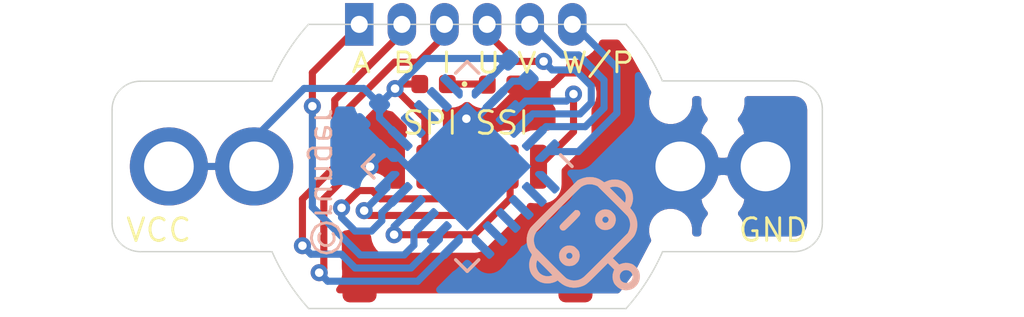
<source format=kicad_pcb>
(kicad_pcb (version 20171130) (host pcbnew "(5.1.6-0-10_14)")

  (general
    (thickness 1.6)
    (drawings 33)
    (tracks 132)
    (zones 0)
    (modules 24)
    (nets 24)
  )

  (page A4)
  (layers
    (0 F.Cu signal)
    (31 B.Cu signal)
    (32 B.Adhes user)
    (33 F.Adhes user)
    (34 B.Paste user)
    (35 F.Paste user)
    (36 B.SilkS user)
    (37 F.SilkS user)
    (38 B.Mask user)
    (39 F.Mask user)
    (40 Dwgs.User user hide)
    (41 Cmts.User user)
    (42 Eco1.User user)
    (43 Eco2.User user)
    (44 Edge.Cuts user)
    (45 Margin user)
    (46 B.CrtYd user)
    (47 F.CrtYd user)
    (48 B.Fab user hide)
    (49 F.Fab user hide)
  )

  (setup
    (last_trace_width 0.25)
    (user_trace_width 0.25)
    (user_trace_width 0.3)
    (trace_clearance 0.2)
    (zone_clearance 0.508)
    (zone_45_only no)
    (trace_min 0.2)
    (via_size 0.6)
    (via_drill 0.3)
    (via_min_size 0.6)
    (via_min_drill 0.3)
    (user_via 0.6 0.3)
    (blind_buried_vias_allowed yes)
    (uvia_size 0.3)
    (uvia_drill 0.1)
    (uvias_allowed yes)
    (uvia_min_size 0.2)
    (uvia_min_drill 0.1)
    (edge_width 0.05)
    (segment_width 0.2)
    (pcb_text_width 0.3)
    (pcb_text_size 1.5 1.5)
    (mod_edge_width 0.12)
    (mod_text_size 1 1)
    (mod_text_width 0.15)
    (pad_size 1.2 1.8)
    (pad_drill 0)
    (pad_to_mask_clearance 0.05)
    (aux_axis_origin 60 40)
    (grid_origin 60 40)
    (visible_elements FFFFFF7F)
    (pcbplotparams
      (layerselection 0x010fc_ffffffff)
      (usegerberextensions false)
      (usegerberattributes true)
      (usegerberadvancedattributes true)
      (creategerberjobfile true)
      (excludeedgelayer true)
      (linewidth 0.100000)
      (plotframeref false)
      (viasonmask false)
      (mode 1)
      (useauxorigin false)
      (hpglpennumber 1)
      (hpglpenspeed 20)
      (hpglpendiameter 15.000000)
      (psnegative false)
      (psa4output false)
      (plotreference true)
      (plotvalue true)
      (plotinvisibletext false)
      (padsonsilk false)
      (subtractmaskfromsilk false)
      (outputformat 1)
      (mirror false)
      (drillshape 1)
      (scaleselection 1)
      (outputdirectory ""))
  )

  (net 0 "")
  (net 1 GND)
  (net 2 VCC)
  (net 3 "Net-(D1-Pad1)")
  (net 4 nCS)
  (net 5 SCK)
  (net 6 MISO)
  (net 7 MOSI)
  (net 8 UVW_W-PWM)
  (net 9 UVW_V)
  (net 10 UVW_U)
  (net 11 ABI_I)
  (net 12 ABI_B)
  (net 13 ABI_A)
  (net 14 "Net-(U1-Pad18)")
  (net 15 "Net-(U1-Pad17)")
  (net 16 "Net-(U1-Pad16)")
  (net 17 "Net-(U1-Pad15)")
  (net 18 "Net-(U1-Pad6)")
  (net 19 "Net-(U1-Pad5)")
  (net 20 "Net-(U1-Pad4)")
  (net 21 "Net-(U1-Pad3)")
  (net 22 "Net-(U1-Pad2)")
  (net 23 "Net-(U1-Pad1)")

  (net_class Default "This is the default net class."
    (clearance 0.2)
    (trace_width 0.25)
    (via_dia 0.6)
    (via_drill 0.3)
    (uvia_dia 0.3)
    (uvia_drill 0.1)
    (add_net ABI_A)
    (add_net ABI_B)
    (add_net ABI_I)
    (add_net GND)
    (add_net MISO)
    (add_net MOSI)
    (add_net "Net-(D1-Pad1)")
    (add_net "Net-(U1-Pad1)")
    (add_net "Net-(U1-Pad15)")
    (add_net "Net-(U1-Pad16)")
    (add_net "Net-(U1-Pad17)")
    (add_net "Net-(U1-Pad18)")
    (add_net "Net-(U1-Pad2)")
    (add_net "Net-(U1-Pad3)")
    (add_net "Net-(U1-Pad4)")
    (add_net "Net-(U1-Pad5)")
    (add_net "Net-(U1-Pad6)")
    (add_net SCK)
    (add_net UVW_U)
    (add_net UVW_V)
    (add_net UVW_W-PWM)
    (add_net VCC)
    (add_net nCS)
  )

  (module runger:Castellations_x6_1.5p_1hole (layer F.Cu) (tedit 6070789F) (tstamp 606B5824)
    (at 56.2 35)
    (descr "Plated Half-holes in P1.5mm")
    (path /606B3853)
    (fp_text reference J2 (at 4.33 1.89) (layer F.Fab)
      (effects (font (size 1 1) (thickness 0.15)))
    )
    (fp_text value Castellations_SPI (at 5.35 -2.95) (layer F.Fab)
      (effects (font (size 1 1) (thickness 0.15)))
    )
    (fp_line (start -1.69 0) (end 14.31 0) (layer F.Fab) (width 0.12))
    (fp_text user "board edge" (at 19.02 -0.01) (layer F.Fab)
      (effects (font (size 1 1) (thickness 0.15)))
    )
    (pad 6 thru_hole oval (at 7.5 0) (size 1 1.5) (drill 0.6) (layers *.Cu *.Mask)
      (net 8 UVW_W-PWM))
    (pad 5 thru_hole oval (at 6 0) (size 1 1.5) (drill 0.6) (layers *.Cu *.Mask)
      (net 9 UVW_V))
    (pad 4 thru_hole oval (at 4.5 0) (size 1 1.5) (drill 0.6) (layers *.Cu *.Mask)
      (net 10 UVW_U))
    (pad 3 thru_hole oval (at 3 0) (size 1 1.5) (drill 0.6) (layers *.Cu *.Mask)
      (net 11 ABI_I))
    (pad 2 thru_hole oval (at 1.5 0) (size 1 1.5) (drill 0.6) (layers *.Cu *.Mask)
      (net 12 ABI_B))
    (pad 1 thru_hole rect (at 0 0) (size 1 1.5) (drill 0.6) (layers *.Cu *.Mask)
      (net 13 ABI_A))
  )

  (module runger:Mousebite locked (layer F.Cu) (tedit 606B7DBF) (tstamp 606BE38D)
    (at 52.85 42.25)
    (descr "0.5mm NPTH")
    (fp_text reference H** (at 0 0.5) (layer F.SilkS) hide
      (effects (font (size 1 1) (thickness 0.15)))
    )
    (fp_text value Mousebite (at 0 -0.5) (layer F.Fab) hide
      (effects (font (size 1 1) (thickness 0.15)))
    )
    (pad "" np_thru_hole circle (at 0 0) (size 0.5 0.5) (drill 0.5) (layers *.Cu *.Mask))
  )

  (module runger:Mousebite locked (layer F.Cu) (tedit 606B7DBF) (tstamp 606BE38B)
    (at 52.85 37.75)
    (descr "0.5mm NPTH")
    (fp_text reference H** (at 0 0.5) (layer F.SilkS) hide
      (effects (font (size 1 1) (thickness 0.15)))
    )
    (fp_text value Mousebite (at 0 -0.5) (layer F.Fab) hide
      (effects (font (size 1 1) (thickness 0.15)))
    )
    (pad "" np_thru_hole circle (at 0 0) (size 0.5 0.5) (drill 0.5) (layers *.Cu *.Mask))
  )

  (module runger:Mousebite locked (layer F.Cu) (tedit 606B7DBF) (tstamp 606BE531)
    (at 69 42.25)
    (descr "0.5mm NPTH")
    (fp_text reference H** (at 0 0.5) (layer F.SilkS) hide
      (effects (font (size 1 1) (thickness 0.15)))
    )
    (fp_text value Mousebite (at 0 -0.5) (layer F.Fab) hide
      (effects (font (size 1 1) (thickness 0.15)))
    )
    (pad "" np_thru_hole circle (at 0 0) (size 0.5 0.5) (drill 0.5) (layers *.Cu *.Mask))
  )

  (module runger:Mousebite locked (layer F.Cu) (tedit 606B7DBF) (tstamp 606BE52D)
    (at 69 37.75)
    (descr "0.5mm NPTH")
    (fp_text reference H** (at 0 0.5) (layer F.SilkS) hide
      (effects (font (size 1 1) (thickness 0.15)))
    )
    (fp_text value Mousebite (at 0 -0.5) (layer F.Fab) hide
      (effects (font (size 1 1) (thickness 0.15)))
    )
    (pad "" np_thru_hole circle (at 0 0) (size 0.5 0.5) (drill 0.5) (layers *.Cu *.Mask))
  )

  (module runger:Mousebite locked (layer F.Cu) (tedit 606B7DBF) (tstamp 606BE529)
    (at 69 41.06)
    (descr "0.5mm NPTH")
    (fp_text reference H** (at 0 0.5) (layer F.SilkS) hide
      (effects (font (size 1 1) (thickness 0.15)))
    )
    (fp_text value Mousebite (at 0 -0.5) (layer F.Fab) hide
      (effects (font (size 1 1) (thickness 0.15)))
    )
    (pad "" np_thru_hole circle (at 0 0) (size 0.5 0.5) (drill 0.5) (layers *.Cu *.Mask))
  )

  (module runger:Mousebite locked (layer F.Cu) (tedit 606B7DBF) (tstamp 606BE525)
    (at 68.99 38.94)
    (descr "0.5mm NPTH")
    (fp_text reference H** (at 0 0.5) (layer F.SilkS) hide
      (effects (font (size 1 1) (thickness 0.15)))
    )
    (fp_text value Mousebite (at 0 -0.5) (layer F.Fab) hide
      (effects (font (size 1 1) (thickness 0.15)))
    )
    (pad "" np_thru_hole circle (at 0 0) (size 0.5 0.5) (drill 0.5) (layers *.Cu *.Mask))
  )

  (module runger:Mousebite locked (layer F.Cu) (tedit 606B7DBF) (tstamp 606BE473)
    (at 50.98 38.94)
    (descr "0.5mm NPTH")
    (fp_text reference H** (at 0 0.5) (layer F.SilkS) hide
      (effects (font (size 1 1) (thickness 0.15)))
    )
    (fp_text value Mousebite (at 0 -0.5) (layer F.Fab) hide
      (effects (font (size 1 1) (thickness 0.15)))
    )
    (pad "" np_thru_hole circle (at 0 0) (size 0.5 0.5) (drill 0.5) (layers *.Cu *.Mask))
  )

  (module runger:Mousebite locked (layer F.Cu) (tedit 606B7DBF) (tstamp 606BE46B)
    (at 50.99 41.06)
    (descr "0.5mm NPTH")
    (fp_text reference H** (at 0 0.5) (layer F.SilkS) hide
      (effects (font (size 1 1) (thickness 0.15)))
    )
    (fp_text value Mousebite (at 0 -0.5) (layer F.Fab) hide
      (effects (font (size 1 1) (thickness 0.15)))
    )
    (pad "" np_thru_hole circle (at 0 0) (size 0.5 0.5) (drill 0.5) (layers *.Cu *.Mask))
  )

  (module runger:Mousebite locked (layer F.Cu) (tedit 606B7DBF) (tstamp 606BE455)
    (at 50.99 42.25)
    (descr "0.5mm NPTH")
    (fp_text reference H** (at 0 0.5) (layer F.SilkS) hide
      (effects (font (size 1 1) (thickness 0.15)))
    )
    (fp_text value Mousebite (at 0 -0.5) (layer F.Fab) hide
      (effects (font (size 1 1) (thickness 0.15)))
    )
    (pad "" np_thru_hole circle (at 0 0) (size 0.5 0.5) (drill 0.5) (layers *.Cu *.Mask))
  )

  (module runger:Mousebite locked (layer F.Cu) (tedit 606B7DBF) (tstamp 606BE451)
    (at 50.99 37.75)
    (descr "0.5mm NPTH")
    (fp_text reference H** (at 0 0.5) (layer F.SilkS) hide
      (effects (font (size 1 1) (thickness 0.15)))
    )
    (fp_text value Mousebite (at 0 -0.5) (layer F.Fab) hide
      (effects (font (size 1 1) (thickness 0.15)))
    )
    (pad "" np_thru_hole circle (at 0 0) (size 0.5 0.5) (drill 0.5) (layers *.Cu *.Mask))
  )

  (module runger:Mousebite locked (layer F.Cu) (tedit 606B7DBF) (tstamp 606BE39D)
    (at 67.16 42.25)
    (descr "0.5mm NPTH")
    (fp_text reference H** (at 0 0.5) (layer F.SilkS) hide
      (effects (font (size 1 1) (thickness 0.15)))
    )
    (fp_text value Mousebite (at 0 -0.5) (layer F.Fab) hide
      (effects (font (size 1 1) (thickness 0.15)))
    )
    (pad "" np_thru_hole circle (at 0 0) (size 0.5 0.5) (drill 0.5) (layers *.Cu *.Mask))
  )

  (module runger:Mousebite locked (layer F.Cu) (tedit 606B7DBF) (tstamp 606BE399)
    (at 67.16 37.75)
    (descr "0.5mm NPTH")
    (fp_text reference H** (at 0 0.5) (layer F.SilkS) hide
      (effects (font (size 1 1) (thickness 0.15)))
    )
    (fp_text value Mousebite (at 0 -0.5) (layer F.Fab) hide
      (effects (font (size 1 1) (thickness 0.15)))
    )
    (pad "" np_thru_hole circle (at 0 0) (size 0.5 0.5) (drill 0.5) (layers *.Cu *.Mask))
  )

  (module Connector_JST:JST_SH_SM06B-SRSS-TB_1x06-1MP_P1.00mm_Horizontal locked (layer F.Cu) (tedit 606B853C) (tstamp 606B2BA5)
    (at 60.01 42.01)
    (descr "JST SH series connector, SM06B-SRSS-TB (http://www.jst-mfg.com/product/pdf/eng/eSH.pdf), generated with kicad-footprint-generator")
    (tags "connector JST SH top entry")
    (path /606AA1C6)
    (attr smd)
    (fp_text reference J1 (at 0 -3.98) (layer F.Fab)
      (effects (font (size 1 1) (thickness 0.15)))
    )
    (fp_text value Conn_01x06_MountingPin (at 0 3.98) (layer F.Fab)
      (effects (font (size 1 1) (thickness 0.15)))
    )
    (fp_line (start -2.5 -0.967893) (end -2 -1.675) (layer F.Fab) (width 0.1))
    (fp_line (start -3 -1.675) (end -2.5 -0.967893) (layer F.Fab) (width 0.1))
    (fp_line (start 4.9 -3.28) (end -4.9 -3.28) (layer F.CrtYd) (width 0.05))
    (fp_line (start 4.9 3.28) (end 4.9 -3.28) (layer F.CrtYd) (width 0.05))
    (fp_line (start -4.9 3.28) (end 4.9 3.28) (layer F.CrtYd) (width 0.05))
    (fp_line (start -4.9 -3.28) (end -4.9 3.28) (layer F.CrtYd) (width 0.05))
    (fp_line (start 4 -1.675) (end 4 2.575) (layer F.Fab) (width 0.1))
    (fp_line (start -4 -1.675) (end -4 2.575) (layer F.Fab) (width 0.1))
    (fp_line (start -4 2.575) (end 4 2.575) (layer F.Fab) (width 0.1))
    (fp_line (start -4 -1.675) (end 4 -1.675) (layer F.Fab) (width 0.1))
    (fp_text user %R (at 0 0) (layer F.Fab)
      (effects (font (size 1 1) (thickness 0.15)))
    )
    (pad MP smd roundrect (at 3.8 1.875) (size 1.2 1.8) (layers F.Cu F.Paste F.Mask) (roundrect_rratio 0.208333)
      (net 1 GND))
    (pad MP smd roundrect (at -3.8 1.875) (size 1.2 1.8) (layers F.Cu F.Paste F.Mask) (roundrect_rratio 0.208)
      (net 1 GND))
    (pad 6 smd roundrect (at 2.5 -2) (size 0.6 1.55) (layers F.Cu F.Paste F.Mask) (roundrect_rratio 0.25)
      (net 4 nCS))
    (pad 5 smd roundrect (at 1.5 -2) (size 0.6 1.55) (layers F.Cu F.Paste F.Mask) (roundrect_rratio 0.25)
      (net 5 SCK))
    (pad 4 smd roundrect (at 0.5 -2) (size 0.6 1.55) (layers F.Cu F.Paste F.Mask) (roundrect_rratio 0.25)
      (net 6 MISO))
    (pad 3 smd roundrect (at -0.5 -2) (size 0.6 1.55) (layers F.Cu F.Paste F.Mask) (roundrect_rratio 0.25)
      (net 7 MOSI))
    (pad 2 smd roundrect (at -1.5 -2) (size 0.6 1.55) (layers F.Cu F.Paste F.Mask) (roundrect_rratio 0.25)
      (net 2 VCC))
    (pad 1 smd roundrect (at -2.5 -2) (size 0.6 1.55) (layers F.Cu F.Paste F.Mask) (roundrect_rratio 0.25)
      (net 1 GND))
    (model ${KISYS3DMOD}/Connector_JST.3dshapes/JST_SH_SM06B-SRSS-TB_1x06-1MP_P1.00mm_Horizontal.wrl
      (at (xyz 0 0 0))
      (scale (xyz 1 1 1))
      (rotate (xyz 0 0 0))
    )
  )

  (module runger:Robo_logo2 locked (layer B.Cu) (tedit 5F7F5560) (tstamp 606B7E67)
    (at 64.49 42.77 45)
    (fp_text reference G*** (at 0 3.047999 225) (layer B.SilkS) hide
      (effects (font (size 1.524 1.524) (thickness 0.3)) (justify mirror))
    )
    (fp_text value LOGO (at 0.254 -4.064 225) (layer B.SilkS) hide
      (effects (font (size 1.524 1.524) (thickness 0.3)) (justify mirror))
    )
    (fp_poly (pts (xy 0.097813 2.033273) (xy 0.186492 2.006246) (xy 0.268214 1.96053) (xy 0.34422 1.895576)
      (xy 0.353277 1.886187) (xy 0.40812 1.817965) (xy 0.44613 1.745631) (xy 0.4685 1.665749)
      (xy 0.476428 1.574883) (xy 0.475802 1.534168) (xy 0.473144 1.485324) (xy 0.468585 1.449197)
      (xy 0.460295 1.418185) (xy 0.446443 1.384687) (xy 0.433155 1.3571) (xy 0.38195 1.273063)
      (xy 0.318455 1.204615) (xy 0.240771 1.149882) (xy 0.203514 1.13056) (xy 0.122471 1.0922)
      (xy 0.122195 0.93218) (xy 0.12192 0.77216) (xy 0.61722 0.771984) (xy 0.739095 0.77186)
      (xy 0.842638 0.771477) (xy 0.929835 0.770681) (xy 1.002672 0.769317) (xy 1.063137 0.767231)
      (xy 1.113215 0.764267) (xy 1.154894 0.760272) (xy 1.19016 0.755089) (xy 1.221001 0.748566)
      (xy 1.249402 0.740546) (xy 1.277351 0.730876) (xy 1.306834 0.719399) (xy 1.310281 0.71801)
      (xy 1.397129 0.677159) (xy 1.47441 0.627391) (xy 1.549244 0.563975) (xy 1.565153 0.54864)
      (xy 1.64756 0.454337) (xy 1.711593 0.351364) (xy 1.751969 0.255855) (xy 1.769983 0.192551)
      (xy 1.784764 0.121009) (xy 1.794734 0.05026) (xy 1.79832 -0.009764) (xy 1.799879 -0.035382)
      (xy 1.808524 -0.047841) (xy 1.830203 -0.05427) (xy 1.83642 -0.055422) (xy 1.883138 -0.069054)
      (xy 1.938766 -0.093237) (xy 1.997289 -0.12473) (xy 2.052698 -0.160289) (xy 2.098981 -0.196672)
      (xy 2.100044 -0.197632) (xy 2.166196 -0.267786) (xy 2.224251 -0.349103) (xy 2.269513 -0.43461)
      (xy 2.283777 -0.47065) (xy 2.302854 -0.544344) (xy 2.313502 -0.62867) (xy 2.315313 -0.715594)
      (xy 2.307882 -0.797078) (xy 2.301839 -0.82804) (xy 2.267383 -0.931737) (xy 2.21538 -1.028275)
      (xy 2.148023 -1.115306) (xy 2.067506 -1.190481) (xy 1.976023 -1.251453) (xy 1.875768 -1.295873)
      (xy 1.859849 -1.301043) (xy 1.828188 -1.312774) (xy 1.805002 -1.324939) (xy 1.797128 -1.332267)
      (xy 1.792292 -1.348767) (xy 1.786004 -1.37906) (xy 1.779571 -1.416808) (xy 1.779154 -1.419531)
      (xy 1.752587 -1.528373) (xy 1.707662 -1.632248) (xy 1.646122 -1.729159) (xy 1.569712 -1.817109)
      (xy 1.480174 -1.8941) (xy 1.379254 -1.958136) (xy 1.268694 -2.007217) (xy 1.26492 -2.008553)
      (xy 1.18364 -2.03708) (xy 0.0254 -2.038938) (xy -0.160295 -2.039194) (xy -0.326694 -2.039328)
      (xy -0.474822 -2.03933) (xy -0.605704 -2.039191) (xy -0.720364 -2.0389) (xy -0.819827 -2.038449)
      (xy -0.905117 -2.037826) (xy -0.977259 -2.037023) (xy -1.037276 -2.036031) (xy -1.086194 -2.034838)
      (xy -1.125037 -2.033435) (xy -1.15483 -2.031814) (xy -1.176596 -2.029963) (xy -1.191361 -2.027873)
      (xy -1.1938 -2.027374) (xy -1.304486 -1.993291) (xy -1.408518 -1.942326) (xy -1.503918 -1.876537)
      (xy -1.588705 -1.797979) (xy -1.660899 -1.708708) (xy -1.718521 -1.610779) (xy -1.75959 -1.50625)
      (xy -1.779155 -1.419531) (xy -1.78555 -1.381502) (xy -1.79189 -1.35049) (xy -1.796869 -1.332833)
      (xy -1.797129 -1.332267) (xy -1.810012 -1.321823) (xy -1.836099 -1.309459) (xy -1.85985 -1.301043)
      (xy -1.949042 -1.26608) (xy -2.030205 -1.217852) (xy -2.108185 -1.153335) (xy -2.128746 -1.13331)
      (xy -2.202097 -1.048655) (xy -2.25641 -0.959996) (xy -2.292558 -0.865054) (xy -2.311415 -0.76155)
      (xy -2.313737 -0.661106) (xy -2.069701 -0.661106) (xy -2.064993 -0.741119) (xy -2.064803 -0.742151)
      (xy -2.039303 -0.831107) (xy -1.998459 -0.908416) (xy -1.952029 -0.963925) (xy -1.920202 -0.991581)
      (xy -1.88405 -1.017948) (xy -1.848823 -1.039695) (xy -1.819771 -1.05349) (xy -1.80594 -1.056631)
      (xy -1.804215 -1.046846) (xy -1.802626 -1.018977) (xy -1.801219 -0.975261) (xy -1.80004 -0.917932)
      (xy -1.799134 -0.849229) (xy -1.798546 -0.771386) (xy -1.798321 -0.68664) (xy -1.79832 -0.68072)
      (xy -1.798462 -0.595587) (xy -1.798863 -0.517207) (xy -1.799493 -0.447814) (xy -1.80032 -0.389645)
      (xy -1.800338 -0.388824) (xy -1.54274 -0.388824) (xy -1.542529 -0.535018) (xy -1.542104 -0.666108)
      (xy -1.53924 -1.397) (xy -1.515308 -1.456336) (xy -1.467107 -1.550437) (xy -1.404381 -1.631517)
      (xy -1.328757 -1.698202) (xy -1.241861 -1.749117) (xy -1.14532 -1.782889) (xy -1.12268 -1.787936)
      (xy -1.10573 -1.789301) (xy -1.070106 -1.790558) (xy -1.017456 -1.791708) (xy -0.949427 -1.792749)
      (xy -0.867665 -1.793681) (xy -0.773818 -1.794502) (xy -0.669531 -1.795214) (xy -0.556453 -1.795814)
      (xy -0.436228 -1.796302) (xy -0.310505 -1.796677) (xy -0.180931 -1.79694) (xy -0.049151 -1.797088)
      (xy 0.083187 -1.797122) (xy 0.214437 -1.797041) (xy 0.342951 -1.796844) (xy 0.467084 -1.79653)
      (xy 0.585187 -1.796099) (xy 0.695615 -1.79555) (xy 0.796721 -1.794883) (xy 0.886857 -1.794096)
      (xy 0.964377 -1.793189) (xy 1.027635 -1.792162) (xy 1.074983 -1.791014) (xy 1.104775 -1.789744)
      (xy 1.114014 -1.788839) (xy 1.21477 -1.759864) (xy 1.305507 -1.713636) (xy 1.384854 -1.651291)
      (xy 1.451441 -1.573965) (xy 1.503899 -1.482793) (xy 1.515307 -1.456336) (xy 1.53924 -1.397)
      (xy 1.542068 -0.674918) (xy 1.79832 -0.674918) (xy 1.79832 -1.058009) (xy 1.82118 -1.051365)
      (xy 1.841503 -1.042282) (xy 1.871333 -1.025356) (xy 1.898977 -1.007702) (xy 1.964323 -0.952274)
      (xy 2.014104 -0.88628) (xy 2.048092 -0.812482) (xy 2.06606 -0.733646) (xy 2.06778 -0.652533)
      (xy 2.053025 -0.571909) (xy 2.021565 -0.494536) (xy 1.973174 -0.423177) (xy 1.949301 -0.397211)
      (xy 1.923071 -0.374374) (xy 1.890114 -0.35027) (xy 1.855868 -0.328353) (xy 1.82577 -0.312075)
      (xy 1.80526 -0.304887) (xy 1.803737 -0.3048) (xy 1.802511 -0.314587) (xy 1.801383 -0.34246)
      (xy 1.800383 -0.386185) (xy 1.799545 -0.443528) (xy 1.7989 -0.512253) (xy 1.798481 -0.590128)
      (xy 1.79832 -0.674918) (xy 1.542068 -0.674918) (xy 1.542103 -0.666108) (xy 1.542599 -0.497897)
      (xy 1.54269 -0.349966) (xy 1.542376 -0.22228) (xy 1.541655 -0.114804) (xy 1.540528 -0.027501)
      (xy 1.538994 0.039662) (xy 1.537053 0.086723) (xy 1.534705 0.113716) (xy 1.534153 0.116872)
      (xy 1.505381 0.206853) (xy 1.458852 0.290619) (xy 1.396771 0.365731) (xy 1.321347 0.429749)
      (xy 1.234787 0.480235) (xy 1.187567 0.499805) (xy 1.12268 0.52324) (xy 0.06096 0.52619)
      (xy -0.121935 0.526594) (xy -0.291295 0.526757) (xy -0.446409 0.526683) (xy -0.586564 0.526377)
      (xy -0.71105 0.525842) (xy -0.819155 0.525084) (xy -0.910166 0.524108) (xy -0.983372 0.522917)
      (xy -1.038061 0.521516) (xy -1.073521 0.519909) (xy -1.084301 0.518973) (xy -1.179842 0.499897)
      (xy -1.264409 0.466246) (xy -1.342058 0.415999) (xy -1.405094 0.359298) (xy -1.448956 0.305335)
      (xy -1.488414 0.239423) (xy -1.518989 0.169931) (xy -1.533737 0.11888) (xy -1.536183 0.098098)
      (xy -1.538233 0.060901) (xy -1.539893 0.006788) (xy -1.541168 -0.06474) (xy -1.542064 -0.154185)
      (xy -1.542586 -0.262046) (xy -1.54274 -0.388824) (xy -1.800338 -0.388824) (xy -1.80131 -0.344937)
      (xy -1.802432 -0.315925) (xy -1.803653 -0.304846) (xy -1.803738 -0.3048) (xy -1.815097 -0.30903)
      (xy -1.838533 -0.319909) (xy -1.858339 -0.329722) (xy -1.925864 -0.37472) (xy -1.982583 -0.433994)
      (xy -2.026675 -0.503907) (xy -2.056322 -0.580823) (xy -2.069701 -0.661106) (xy -2.313737 -0.661106)
      (xy -2.313989 -0.65024) (xy -2.300325 -0.536454) (xy -2.269047 -0.432407) (xy -2.219626 -0.336961)
      (xy -2.151529 -0.248981) (xy -2.104251 -0.201827) (xy -2.055759 -0.162847) (xy -1.998681 -0.125465)
      (xy -1.938894 -0.092906) (xy -1.882278 -0.068396) (xy -1.837853 -0.055691) (xy -1.801186 -0.049076)
      (xy -1.794474 0.038236) (xy -1.781416 0.144723) (xy -1.758995 0.238269) (xy -1.727587 0.320816)
      (xy -1.668331 0.427322) (xy -1.592792 0.523024) (xy -1.502942 0.606046) (xy -1.400753 0.674511)
      (xy -1.310282 0.71801) (xy -1.280506 0.729696) (xy -1.252485 0.739559) (xy -1.224232 0.747754)
      (xy -1.19376 0.754436) (xy -1.159082 0.759759) (xy -1.118211 0.763878) (xy -1.069161 0.766948)
      (xy -1.009945 0.769124) (xy -0.938576 0.77056) (xy -0.853068 0.771412) (xy -0.751434 0.771833)
      (xy -0.631687 0.771978) (xy -0.61722 0.771984) (xy -0.12192 0.77216) (xy -0.122472 1.0922)
      (xy -0.203515 1.13056) (xy -0.287715 1.1801) (xy -0.356929 1.242569) (xy -0.413057 1.31984)
      (xy -0.433156 1.3571) (xy -0.451754 1.39651) (xy -0.463563 1.428344) (xy -0.470417 1.460207)
      (xy -0.474144 1.499698) (xy -0.475803 1.534168) (xy -0.47547 1.54385) (xy -0.232207 1.54385)
      (xy -0.226704 1.511201) (xy -0.212015 1.473437) (xy -0.210775 1.470716) (xy -0.173627 1.411857)
      (xy -0.1245 1.368254) (xy -0.06612 1.341137) (xy -0.001214 1.331737) (xy 0.067493 1.341287)
      (xy 0.072558 1.342752) (xy 0.124102 1.367849) (xy 0.170263 1.408459) (xy 0.20593 1.459777)
      (xy 0.213119 1.474894) (xy 0.230063 1.538334) (xy 0.228163 1.602024) (xy 0.20856 1.662537)
      (xy 0.172395 1.716447) (xy 0.120809 1.760327) (xy 0.117368 1.762492) (xy 0.085246 1.780217)
      (xy 0.056158 1.789549) (xy 0.020627 1.792969) (xy 0 1.79324) (xy -0.041527 1.791671)
      (xy -0.072343 1.785309) (xy -0.101926 1.77167) (xy -0.117369 1.762492) (xy -0.170455 1.718251)
      (xy -0.208183 1.661915) (xy -0.228624 1.596556) (xy -0.230486 1.5825) (xy -0.232207 1.54385)
      (xy -0.47547 1.54385) (xy -0.472336 1.634808) (xy -0.452825 1.724048) (xy -0.416505 1.803885)
      (xy -0.362609 1.876319) (xy -0.332953 1.906526) (xy -0.257649 1.967521) (xy -0.179661 2.009557)
      (xy -0.095663 2.033983) (xy -0.002332 2.042152) (xy 0.000938 2.042161) (xy 0.097813 2.033273)) (layer B.SilkS) (width 0.01))
    (fp_poly (pts (xy 0.109648 -1.108074) (xy 0.181977 -1.108995) (xy 0.246828 -1.110394) (xy 0.301111 -1.112273)
      (xy 0.34174 -1.11463) (xy 0.365625 -1.117466) (xy 0.367646 -1.117953) (xy 0.411414 -1.139753)
      (xy 0.441917 -1.175255) (xy 0.456393 -1.220837) (xy 0.4572 -1.235368) (xy 0.454299 -1.267576)
      (xy 0.442839 -1.293313) (xy 0.42243 -1.318409) (xy 0.38766 -1.35636) (xy 0.01349 -1.358862)
      (xy -0.086109 -1.359423) (xy -0.167411 -1.359599) (xy -0.232438 -1.359326) (xy -0.283212 -1.35854)
      (xy -0.321753 -1.357174) (xy -0.350083 -1.355164) (xy -0.370224 -1.352446) (xy -0.384195 -1.348955)
      (xy -0.391682 -1.34587) (xy -0.427256 -1.31781) (xy -0.449564 -1.279059) (xy -0.457458 -1.23505)
      (xy -0.449786 -1.191222) (xy -0.431147 -1.159316) (xy -0.403631 -1.135638) (xy -0.3711 -1.119007)
      (xy -0.367647 -1.117953) (xy -0.34666 -1.115042) (xy -0.308447 -1.11261) (xy -0.256096 -1.110656)
      (xy -0.192694 -1.109182) (xy -0.121331 -1.108186) (xy -0.045094 -1.10767) (xy 0.032928 -1.107633)
      (xy 0.109648 -1.108074)) (layer B.SilkS) (width 0.01))
    (fp_poly (pts (xy -0.852964 -0.006741) (xy -0.817725 -0.011646) (xy -0.784163 -0.022321) (xy -0.750304 -0.037274)
      (xy -0.673759 -0.083754) (xy -0.612127 -0.14399) (xy -0.571847 -0.205393) (xy -0.558897 -0.231799)
      (xy -0.55062 -0.255572) (xy -0.54599 -0.282534) (xy -0.54398 -0.318509) (xy -0.54356 -0.36576)
      (xy -0.54392 -0.414476) (xy -0.545819 -0.448904) (xy -0.550486 -0.475073) (xy -0.559149 -0.499011)
      (xy -0.573038 -0.526749) (xy -0.578408 -0.536712) (xy -0.627833 -0.608228) (xy -0.689348 -0.664085)
      (xy -0.761289 -0.703224) (xy -0.841998 -0.724585) (xy -0.878285 -0.728009) (xy -0.922977 -0.727777)
      (xy -0.96726 -0.723815) (xy -0.996902 -0.718102) (xy -1.071873 -0.6867) (xy -1.138466 -0.638469)
      (xy -1.193765 -0.576147) (xy -1.234861 -0.502475) (xy -1.240146 -0.489229) (xy -1.254921 -0.428174)
      (xy -1.257529 -0.379922) (xy -1.011775 -0.379922) (xy -1.000461 -0.419396) (xy -0.976344 -0.450614)
      (xy -0.942976 -0.471496) (xy -0.903905 -0.479966) (xy -0.862681 -0.473947) (xy -0.822855 -0.45136)
      (xy -0.816409 -0.445657) (xy -0.792327 -0.410916) (xy -0.784475 -0.37133) (xy -0.79105 -0.331419)
      (xy -0.810248 -0.295701) (xy -0.840265 -0.268694) (xy -0.879298 -0.254916) (xy -0.892911 -0.254037)
      (xy -0.940383 -0.262888) (xy -0.978565 -0.287515) (xy -1.003588 -0.325192) (xy -1.006738 -0.334267)
      (xy -1.011775 -0.379922) (xy -1.257529 -0.379922) (xy -1.258686 -0.358539) (xy -1.251704 -0.288652)
      (xy -1.234236 -0.226841) (xy -1.231721 -0.220972) (xy -1.197754 -0.164248) (xy -1.14968 -0.109757)
      (xy -1.093386 -0.063333) (xy -1.04366 -0.034658) (xy -1.004496 -0.018692) (xy -0.969085 -0.009806)
      (xy -0.928075 -0.006124) (xy -0.89916 -0.005634) (xy -0.852964 -0.006741)) (layer B.SilkS) (width 0.01))
    (fp_poly (pts (xy 0.986438 -0.014923) (xy 1.060362 -0.044017) (xy 1.127592 -0.088719) (xy 1.161498 -0.120766)
      (xy 1.203048 -0.170304) (xy 1.230682 -0.217184) (xy 1.246804 -0.267721) (xy 1.253812 -0.328229)
      (xy 1.254653 -0.36576) (xy 1.253911 -0.414946) (xy 1.250751 -0.450757) (xy 1.243964 -0.480101)
      (xy 1.232341 -0.509888) (xy 1.22763 -0.520156) (xy 1.185181 -0.58825) (xy 1.127574 -0.647261)
      (xy 1.059504 -0.692457) (xy 1.054096 -0.695163) (xy 0.994477 -0.716172) (xy 0.926104 -0.727373)
      (xy 0.857164 -0.728111) (xy 0.795845 -0.717726) (xy 0.79116 -0.716282) (xy 0.717714 -0.682449)
      (xy 0.651949 -0.632363) (xy 0.597684 -0.569722) (xy 0.558734 -0.498223) (xy 0.55447 -0.487022)
      (xy 0.541188 -0.427663) (xy 0.538719 -0.364108) (xy 0.7874 -0.364108) (xy 0.790132 -0.400703)
      (xy 0.800213 -0.426279) (xy 0.81224 -0.441364) (xy 0.849739 -0.468228) (xy 0.893251 -0.479195)
      (xy 0.93707 -0.473905) (xy 0.975492 -0.451998) (xy 0.975831 -0.451693) (xy 1.001822 -0.416117)
      (xy 1.012073 -0.374572) (xy 1.007006 -0.33252) (xy 0.987043 -0.295425) (xy 0.962106 -0.273872)
      (xy 0.915745 -0.255793) (xy 0.870018 -0.257052) (xy 0.828082 -0.277431) (xy 0.82058 -0.283646)
      (xy 0.800035 -0.304795) (xy 0.79026 -0.325783) (xy 0.787457 -0.355817) (xy 0.7874 -0.364108)
      (xy 0.538719 -0.364108) (xy 0.53853 -0.359264) (xy 0.545973 -0.289777) (xy 0.562998 -0.227152)
      (xy 0.572955 -0.204665) (xy 0.620513 -0.133516) (xy 0.682451 -0.076017) (xy 0.756986 -0.033504)
      (xy 0.834304 -0.008956) (xy 0.90977 -0.002786) (xy 0.986438 -0.014923)) (layer B.SilkS) (width 0.01))
  )

  (module runger:MountingHole_Pad_1.75mm_2.75mm locked (layer F.Cu) (tedit 606B52CC) (tstamp 606B55F7)
    (at 70.5 40)
    (path /606B9545)
    (fp_text reference H2 (at -0.01 -2.59) (layer F.Fab)
      (effects (font (size 1 1) (thickness 0.15)))
    )
    (fp_text value MountingHole_Pad (at -0.2 6.75) (layer F.Fab)
      (effects (font (size 1 1) (thickness 0.15)))
    )
    (pad 1 thru_hole circle (at 0 0) (size 2.75 2.75) (drill 1.75) (layers *.Cu *.Mask)
      (net 1 GND))
  )

  (module runger:MountingHole_Pad_1.75mm_2.75mm locked (layer F.Cu) (tedit 606B52CC) (tstamp 606B55ED)
    (at 49.5 40)
    (path /606BAFAA)
    (fp_text reference H1 (at -0.01 -2.59) (layer F.Fab)
      (effects (font (size 1 1) (thickness 0.15)))
    )
    (fp_text value MountingHole_Pad (at -0.2 6.75) (layer F.Fab)
      (effects (font (size 1 1) (thickness 0.15)))
    )
    (pad 1 thru_hole circle (at 0 0) (size 2.75 2.75) (drill 1.75) (layers *.Cu *.Mask)
      (net 2 VCC))
  )

  (module runger:MountingHole_Pad_1.75mm_2.75mm (layer F.Cu) (tedit 606B52CC) (tstamp 606B2B70)
    (at 67.5 40)
    (path /606B9545)
    (fp_text reference H2 (at -0.01 -2.59) (layer F.Fab)
      (effects (font (size 1 1) (thickness 0.15)))
    )
    (fp_text value MountingHole_Pad (at -0.2 6.75) (layer F.Fab)
      (effects (font (size 1 1) (thickness 0.15)))
    )
    (pad 1 thru_hole circle (at 0 0) (size 2.75 2.75) (drill 1.75) (layers *.Cu *.Mask)
      (net 1 GND))
  )

  (module runger:MountingHole_Pad_1.75mm_2.75mm (layer F.Cu) (tedit 606B52CC) (tstamp 606B2B68)
    (at 52.5 40)
    (path /606BAFAA)
    (fp_text reference H1 (at -0.01 -2.59) (layer F.Fab)
      (effects (font (size 1 1) (thickness 0.15)))
    )
    (fp_text value MountingHole_Pad (at -0.2 6.75) (layer F.Fab)
      (effects (font (size 1 1) (thickness 0.15)))
    )
    (pad 1 thru_hole circle (at 0 0) (size 2.75 2.75) (drill 1.75) (layers *.Cu *.Mask)
      (net 2 VCC))
  )

  (module Package_DFN_QFN:QFN-24-1EP_5x5mm_P0.65mm_EP3.2x3.2mm (layer B.Cu) (tedit 5DC5F6A3) (tstamp 606BFB51)
    (at 60 40 135)
    (descr "QFN, 24 Pin (https://www.analog.com/media/en/package-pcb-resources/package/pkg_pdf/ltc-legacy-qfn/(UH24)%20QFN%2005-08-1747%20Rev%20A.pdf), generated with kicad-footprint-generator ipc_noLead_generator.py")
    (tags "QFN NoLead")
    (path /60704AED)
    (attr smd)
    (fp_text reference U1 (at 0 3.82 135) (layer B.Fab)
      (effects (font (size 1 1) (thickness 0.15)) (justify mirror))
    )
    (fp_text value AEAT_8800_Q24 (at 0 -3.82 135) (layer B.Fab)
      (effects (font (size 1 1) (thickness 0.15)) (justify mirror))
    )
    (fp_line (start 3.12 3.12) (end -3.12 3.12) (layer B.CrtYd) (width 0.05))
    (fp_line (start 3.12 -3.12) (end 3.12 3.12) (layer B.CrtYd) (width 0.05))
    (fp_line (start -3.12 -3.12) (end 3.12 -3.12) (layer B.CrtYd) (width 0.05))
    (fp_line (start -3.12 3.12) (end -3.12 -3.12) (layer B.CrtYd) (width 0.05))
    (fp_line (start -2.5 1.5) (end -1.5 2.5) (layer B.Fab) (width 0.1))
    (fp_line (start -2.5 -2.5) (end -2.5 1.5) (layer B.Fab) (width 0.1))
    (fp_line (start 2.5 -2.5) (end -2.5 -2.5) (layer B.Fab) (width 0.1))
    (fp_line (start 2.5 2.5) (end 2.5 -2.5) (layer B.Fab) (width 0.1))
    (fp_line (start -1.5 2.5) (end 2.5 2.5) (layer B.Fab) (width 0.1))
    (fp_line (start -2.035 2.61) (end -2.61 2.61) (layer B.SilkS) (width 0.12))
    (fp_line (start 2.61 -2.61) (end 2.61 -2.035) (layer B.SilkS) (width 0.12))
    (fp_line (start 2.035 -2.61) (end 2.61 -2.61) (layer B.SilkS) (width 0.12))
    (fp_line (start -2.61 -2.61) (end -2.61 -2.035) (layer B.SilkS) (width 0.12))
    (fp_line (start -2.035 -2.61) (end -2.61 -2.61) (layer B.SilkS) (width 0.12))
    (fp_line (start 2.61 2.61) (end 2.61 2.035) (layer B.SilkS) (width 0.12))
    (fp_line (start 2.035 2.61) (end 2.61 2.61) (layer B.SilkS) (width 0.12))
    (fp_text user %R (at 0 0 135) (layer B.Fab)
      (effects (font (size 1 1) (thickness 0.15)) (justify mirror))
    )
    (pad "" smd roundrect (at 0.8 -0.8 135) (size 1.29 1.29) (layers B.Paste) (roundrect_rratio 0.193798))
    (pad "" smd roundrect (at 0.8 0.8 135) (size 1.29 1.29) (layers B.Paste) (roundrect_rratio 0.193798))
    (pad "" smd roundrect (at -0.8 -0.8 135) (size 1.29 1.29) (layers B.Paste) (roundrect_rratio 0.193798))
    (pad "" smd roundrect (at -0.8 0.8 135) (size 1.29 1.29) (layers B.Paste) (roundrect_rratio 0.193798))
    (pad 25 smd rect (at 0 0 135) (size 3.2 3.2) (layers B.Cu B.Mask)
      (net 1 GND))
    (pad 24 smd custom (at -1.625 2.3625 135) (size 0.193934 0.193934) (layers B.Cu B.Paste B.Mask)
      (net 8 UVW_W-PWM)
      (options (clearance outline) (anchor circle))
      (primitives
        (gr_poly (pts
           (xy -0.075 0.4375) (xy 0.075 0.4375) (xy 0.075 -0.4375) (xy 0.031066 -0.4375) (xy -0.075 -0.331434)
) (width 0.15))
      ))
    (pad 23 smd roundrect (at -0.975 2.3625 135) (size 0.3 1.025) (layers B.Cu B.Paste B.Mask) (roundrect_rratio 0.25)
      (net 9 UVW_V))
    (pad 22 smd roundrect (at -0.325 2.3625 135) (size 0.3 1.025) (layers B.Cu B.Paste B.Mask) (roundrect_rratio 0.25)
      (net 10 UVW_U))
    (pad 21 smd roundrect (at 0.325 2.3625 135) (size 0.3 1.025) (layers B.Cu B.Paste B.Mask) (roundrect_rratio 0.25)
      (net 4 nCS))
    (pad 20 smd roundrect (at 0.975 2.3625 135) (size 0.3 1.025) (layers B.Cu B.Paste B.Mask) (roundrect_rratio 0.25)
      (net 1 GND))
    (pad 19 smd custom (at 1.625 2.3625 135) (size 0.193934 0.193934) (layers B.Cu B.Paste B.Mask)
      (net 2 VCC)
      (options (clearance outline) (anchor circle))
      (primitives
        (gr_poly (pts
           (xy -0.075 0.4375) (xy 0.075 0.4375) (xy 0.075 -0.331434) (xy -0.031066 -0.4375) (xy -0.075 -0.4375)
) (width 0.15))
      ))
    (pad 18 smd custom (at 2.3625 1.625 135) (size 0.193934 0.193934) (layers B.Cu B.Paste B.Mask)
      (net 14 "Net-(U1-Pad18)")
      (options (clearance outline) (anchor circle))
      (primitives
        (gr_poly (pts
           (xy -0.4375 -0.031066) (xy -0.331434 0.075) (xy 0.4375 0.075) (xy 0.4375 -0.075) (xy -0.4375 -0.075)
) (width 0.15))
      ))
    (pad 17 smd roundrect (at 2.3625 0.975 135) (size 1.025 0.3) (layers B.Cu B.Paste B.Mask) (roundrect_rratio 0.25)
      (net 15 "Net-(U1-Pad17)"))
    (pad 16 smd roundrect (at 2.3625 0.325 135) (size 1.025 0.3) (layers B.Cu B.Paste B.Mask) (roundrect_rratio 0.25)
      (net 16 "Net-(U1-Pad16)"))
    (pad 15 smd roundrect (at 2.3625 -0.325 135) (size 1.025 0.3) (layers B.Cu B.Paste B.Mask) (roundrect_rratio 0.25)
      (net 17 "Net-(U1-Pad15)"))
    (pad 14 smd roundrect (at 2.3625 -0.975 135) (size 1.025 0.3) (layers B.Cu B.Paste B.Mask) (roundrect_rratio 0.25)
      (net 2 VCC))
    (pad 13 smd custom (at 2.3625 -1.625 135) (size 0.193934 0.193934) (layers B.Cu B.Paste B.Mask)
      (net 1 GND)
      (options (clearance outline) (anchor circle))
      (primitives
        (gr_poly (pts
           (xy -0.4375 0.075) (xy 0.4375 0.075) (xy 0.4375 -0.075) (xy -0.331434 -0.075) (xy -0.4375 0.031066)
) (width 0.15))
      ))
    (pad 12 smd custom (at 1.625 -2.3625 135) (size 0.193934 0.193934) (layers B.Cu B.Paste B.Mask)
      (net 6 MISO)
      (options (clearance outline) (anchor circle))
      (primitives
        (gr_poly (pts
           (xy -0.075 0.4375) (xy -0.031066 0.4375) (xy 0.075 0.331434) (xy 0.075 -0.4375) (xy -0.075 -0.4375)
) (width 0.15))
      ))
    (pad 11 smd roundrect (at 0.975 -2.3625 135) (size 0.3 1.025) (layers B.Cu B.Paste B.Mask) (roundrect_rratio 0.25)
      (net 7 MOSI))
    (pad 10 smd roundrect (at 0.325 -2.3625 135) (size 0.3 1.025) (layers B.Cu B.Paste B.Mask) (roundrect_rratio 0.25)
      (net 5 SCK))
    (pad 9 smd roundrect (at -0.325 -2.3625 135) (size 0.3 1.025) (layers B.Cu B.Paste B.Mask) (roundrect_rratio 0.25)
      (net 13 ABI_A))
    (pad 8 smd roundrect (at -0.975 -2.3625 135) (size 0.3 1.025) (layers B.Cu B.Paste B.Mask) (roundrect_rratio 0.25)
      (net 12 ABI_B))
    (pad 7 smd custom (at -1.625 -2.3625 135) (size 0.193934 0.193934) (layers B.Cu B.Paste B.Mask)
      (net 11 ABI_I)
      (options (clearance outline) (anchor circle))
      (primitives
        (gr_poly (pts
           (xy -0.075 0.331434) (xy 0.031066 0.4375) (xy 0.075 0.4375) (xy 0.075 -0.4375) (xy -0.075 -0.4375)
) (width 0.15))
      ))
    (pad 6 smd custom (at -2.3625 -1.625 135) (size 0.193934 0.193934) (layers B.Cu B.Paste B.Mask)
      (net 18 "Net-(U1-Pad6)")
      (options (clearance outline) (anchor circle))
      (primitives
        (gr_poly (pts
           (xy -0.4375 0.075) (xy 0.4375 0.075) (xy 0.4375 0.031066) (xy 0.331434 -0.075) (xy -0.4375 -0.075)
) (width 0.15))
      ))
    (pad 5 smd roundrect (at -2.3625 -0.975 135) (size 1.025 0.3) (layers B.Cu B.Paste B.Mask) (roundrect_rratio 0.25)
      (net 19 "Net-(U1-Pad5)"))
    (pad 4 smd roundrect (at -2.3625 -0.325 135) (size 1.025 0.3) (layers B.Cu B.Paste B.Mask) (roundrect_rratio 0.25)
      (net 20 "Net-(U1-Pad4)"))
    (pad 3 smd roundrect (at -2.3625 0.325 135) (size 1.025 0.3) (layers B.Cu B.Paste B.Mask) (roundrect_rratio 0.25)
      (net 21 "Net-(U1-Pad3)"))
    (pad 2 smd roundrect (at -2.3625 0.975 135) (size 1.025 0.3) (layers B.Cu B.Paste B.Mask) (roundrect_rratio 0.25)
      (net 22 "Net-(U1-Pad2)"))
    (pad 1 smd custom (at -2.3625 1.625 135) (size 0.193934 0.193934) (layers B.Cu B.Paste B.Mask)
      (net 23 "Net-(U1-Pad1)")
      (options (clearance outline) (anchor circle))
      (primitives
        (gr_poly (pts
           (xy -0.4375 0.075) (xy 0.331434 0.075) (xy 0.4375 -0.031066) (xy 0.4375 -0.075) (xy -0.4375 -0.075)
) (width 0.15))
      ))
    (model ${KISYS3DMOD}/Package_DFN_QFN.3dshapes/QFN-24-1EP_5x5mm_P0.65mm_EP3.2x3.2mm.wrl
      (at (xyz 0 0 0))
      (scale (xyz 1 1 1))
      (rotate (xyz 0 0 0))
    )
  )

  (module Resistor_SMD:R_0402_1005Metric (layer F.Cu) (tedit 5B301BBD) (tstamp 606B2BD4)
    (at 61.19 37.12)
    (descr "Resistor SMD 0402 (1005 Metric), square (rectangular) end terminal, IPC_7351 nominal, (Body size source: http://www.tortai-tech.com/upload/download/2011102023233369053.pdf), generated with kicad-footprint-generator")
    (tags resistor)
    (path /606DE776)
    (attr smd)
    (fp_text reference R1 (at 0 -1.17) (layer F.Fab)
      (effects (font (size 1 1) (thickness 0.15)))
    )
    (fp_text value 1k (at 0 1.17) (layer F.Fab)
      (effects (font (size 1 1) (thickness 0.15)))
    )
    (fp_line (start 0.93 0.47) (end -0.93 0.47) (layer F.CrtYd) (width 0.05))
    (fp_line (start 0.93 -0.47) (end 0.93 0.47) (layer F.CrtYd) (width 0.05))
    (fp_line (start -0.93 -0.47) (end 0.93 -0.47) (layer F.CrtYd) (width 0.05))
    (fp_line (start -0.93 0.47) (end -0.93 -0.47) (layer F.CrtYd) (width 0.05))
    (fp_line (start 0.5 0.25) (end -0.5 0.25) (layer F.Fab) (width 0.1))
    (fp_line (start 0.5 -0.25) (end 0.5 0.25) (layer F.Fab) (width 0.1))
    (fp_line (start -0.5 -0.25) (end 0.5 -0.25) (layer F.Fab) (width 0.1))
    (fp_line (start -0.5 0.25) (end -0.5 -0.25) (layer F.Fab) (width 0.1))
    (fp_text user %R (at 0 0) (layer F.Fab)
      (effects (font (size 0.25 0.25) (thickness 0.04)))
    )
    (pad 2 smd roundrect (at 0.485 0) (size 0.59 0.64) (layers F.Cu F.Paste F.Mask) (roundrect_rratio 0.25)
      (net 1 GND))
    (pad 1 smd roundrect (at -0.485 0) (size 0.59 0.64) (layers F.Cu F.Paste F.Mask) (roundrect_rratio 0.25)
      (net 3 "Net-(D1-Pad1)"))
    (model ${KISYS3DMOD}/Resistor_SMD.3dshapes/R_0402_1005Metric.wrl
      (at (xyz 0 0 0))
      (scale (xyz 1 1 1))
      (rotate (xyz 0 0 0))
    )
  )

  (module LED_SMD:LED_0402_1005Metric (layer F.Cu) (tedit 5B301BBE) (tstamp 606B2B60)
    (at 58.815 37.1 180)
    (descr "LED SMD 0402 (1005 Metric), square (rectangular) end terminal, IPC_7351 nominal, (Body size source: http://www.tortai-tech.com/upload/download/2011102023233369053.pdf), generated with kicad-footprint-generator")
    (tags LED)
    (path /606DEF18)
    (attr smd)
    (fp_text reference D1 (at 0 -1.17) (layer F.Fab)
      (effects (font (size 1 1) (thickness 0.15)))
    )
    (fp_text value green (at 0 1.17) (layer F.Fab)
      (effects (font (size 1 1) (thickness 0.15)))
    )
    (fp_line (start 0.93 0.47) (end -0.93 0.47) (layer F.CrtYd) (width 0.05))
    (fp_line (start 0.93 -0.47) (end 0.93 0.47) (layer F.CrtYd) (width 0.05))
    (fp_line (start -0.93 -0.47) (end 0.93 -0.47) (layer F.CrtYd) (width 0.05))
    (fp_line (start -0.93 0.47) (end -0.93 -0.47) (layer F.CrtYd) (width 0.05))
    (fp_line (start -0.3 0.25) (end -0.3 -0.25) (layer F.Fab) (width 0.1))
    (fp_line (start -0.4 0.25) (end -0.4 -0.25) (layer F.Fab) (width 0.1))
    (fp_line (start 0.5 0.25) (end -0.5 0.25) (layer F.Fab) (width 0.1))
    (fp_line (start 0.5 -0.25) (end 0.5 0.25) (layer F.Fab) (width 0.1))
    (fp_line (start -0.5 -0.25) (end 0.5 -0.25) (layer F.Fab) (width 0.1))
    (fp_line (start -0.5 0.25) (end -0.5 -0.25) (layer F.Fab) (width 0.1))
    (fp_circle (center -1.09 0) (end -1.04 0) (layer F.SilkS) (width 0.1))
    (fp_text user %R (at 0 0) (layer F.Fab)
      (effects (font (size 0.25 0.25) (thickness 0.04)))
    )
    (pad 2 smd roundrect (at 0.485 0 180) (size 0.59 0.64) (layers F.Cu F.Paste F.Mask) (roundrect_rratio 0.25)
      (net 2 VCC))
    (pad 1 smd roundrect (at -0.485 0 180) (size 0.59 0.64) (layers F.Cu F.Paste F.Mask) (roundrect_rratio 0.25)
      (net 3 "Net-(D1-Pad1)"))
    (model ${KISYS3DMOD}/LED_SMD.3dshapes/LED_0402_1005Metric.wrl
      (at (xyz 0 0 0))
      (scale (xyz 1 1 1))
      (rotate (xyz 0 0 0))
    )
  )

  (module Capacitor_SMD:C_0402_1005Metric (layer B.Cu) (tedit 5B301BBE) (tstamp 606B2B4E)
    (at 56.57 38.15 45)
    (descr "Capacitor SMD 0402 (1005 Metric), square (rectangular) end terminal, IPC_7351 nominal, (Body size source: http://www.tortai-tech.com/upload/download/2011102023233369053.pdf), generated with kicad-footprint-generator")
    (tags capacitor)
    (path /606CD915)
    (attr smd)
    (fp_text reference C2 (at 0 1.17 225) (layer B.Fab)
      (effects (font (size 1 1) (thickness 0.15)) (justify mirror))
    )
    (fp_text value "10uF 6.3V" (at 0 -1.17 225) (layer B.Fab)
      (effects (font (size 1 1) (thickness 0.15)) (justify mirror))
    )
    (fp_line (start 0.93 -0.47) (end -0.93 -0.47) (layer B.CrtYd) (width 0.05))
    (fp_line (start 0.93 0.47) (end 0.93 -0.47) (layer B.CrtYd) (width 0.05))
    (fp_line (start -0.93 0.47) (end 0.93 0.47) (layer B.CrtYd) (width 0.05))
    (fp_line (start -0.93 -0.47) (end -0.93 0.47) (layer B.CrtYd) (width 0.05))
    (fp_line (start 0.5 -0.25) (end -0.5 -0.25) (layer B.Fab) (width 0.1))
    (fp_line (start 0.5 0.25) (end 0.5 -0.25) (layer B.Fab) (width 0.1))
    (fp_line (start -0.5 0.25) (end 0.5 0.25) (layer B.Fab) (width 0.1))
    (fp_line (start -0.5 -0.25) (end -0.5 0.25) (layer B.Fab) (width 0.1))
    (fp_text user %R (at 0 0 225) (layer B.Fab)
      (effects (font (size 0.25 0.25) (thickness 0.04)) (justify mirror))
    )
    (pad 2 smd roundrect (at 0.485 0 45) (size 0.59 0.64) (layers B.Cu B.Paste B.Mask) (roundrect_rratio 0.25)
      (net 2 VCC))
    (pad 1 smd roundrect (at -0.485 0 45) (size 0.59 0.64) (layers B.Cu B.Paste B.Mask) (roundrect_rratio 0.25)
      (net 1 GND))
    (model ${KISYS3DMOD}/Capacitor_SMD.3dshapes/C_0402_1005Metric.wrl
      (at (xyz 0 0 0))
      (scale (xyz 1 1 1))
      (rotate (xyz 0 0 0))
    )
  )

  (module Capacitor_SMD:C_0402_1005Metric (layer B.Cu) (tedit 5B301BBE) (tstamp 606B2B3F)
    (at 61.8 36.6 315)
    (descr "Capacitor SMD 0402 (1005 Metric), square (rectangular) end terminal, IPC_7351 nominal, (Body size source: http://www.tortai-tech.com/upload/download/2011102023233369053.pdf), generated with kicad-footprint-generator")
    (tags capacitor)
    (path /6070DAB5)
    (attr smd)
    (fp_text reference C1 (at 0 1.17 315) (layer B.Fab)
      (effects (font (size 1 1) (thickness 0.15)) (justify mirror))
    )
    (fp_text value "100nF 6.3V" (at 0 -1.17 315) (layer B.Fab)
      (effects (font (size 1 1) (thickness 0.15)) (justify mirror))
    )
    (fp_line (start 0.93 -0.47) (end -0.93 -0.47) (layer B.CrtYd) (width 0.05))
    (fp_line (start 0.93 0.47) (end 0.93 -0.47) (layer B.CrtYd) (width 0.05))
    (fp_line (start -0.93 0.47) (end 0.93 0.47) (layer B.CrtYd) (width 0.05))
    (fp_line (start -0.93 -0.47) (end -0.93 0.47) (layer B.CrtYd) (width 0.05))
    (fp_line (start 0.5 -0.25) (end -0.5 -0.25) (layer B.Fab) (width 0.1))
    (fp_line (start 0.5 0.25) (end 0.5 -0.25) (layer B.Fab) (width 0.1))
    (fp_line (start -0.5 0.25) (end 0.5 0.25) (layer B.Fab) (width 0.1))
    (fp_line (start -0.5 -0.25) (end -0.5 0.25) (layer B.Fab) (width 0.1))
    (fp_text user %R (at 0 0 315) (layer B.Fab)
      (effects (font (size 0.25 0.25) (thickness 0.04)) (justify mirror))
    )
    (pad 2 smd roundrect (at 0.485 0 315) (size 0.59 0.64) (layers B.Cu B.Paste B.Mask) (roundrect_rratio 0.25)
      (net 1 GND))
    (pad 1 smd roundrect (at -0.485 0 315) (size 0.59 0.64) (layers B.Cu B.Paste B.Mask) (roundrect_rratio 0.25)
      (net 2 VCC))
    (model ${KISYS3DMOD}/Capacitor_SMD.3dshapes/C_0402_1005Metric.wrl
      (at (xyz 0 0 0))
      (scale (xyz 1 1 1))
      (rotate (xyz 0 0 0))
    )
  )

  (gr_line (start 76.34 40) (end 71.33 40) (layer Eco1.User) (width 0.15))
  (gr_line (start 43.63 40) (end 48.64 40) (layer Eco1.User) (width 0.15))
  (gr_text ©runger (at 55.03 40.59 270) (layer B.SilkS) (tstamp 606C0A0A)
    (effects (font (size 0.8 0.8) (thickness 0.1)) (justify mirror))
  )
  (gr_text "SPI SSI" (at 59.95 38.47) (layer F.SilkS) (tstamp 606C069E)
    (effects (font (size 0.8 0.8) (thickness 0.1)))
  )
  (gr_text VCC (at 49.14 42.24) (layer F.SilkS) (tstamp 606C0698)
    (effects (font (size 0.8 0.8) (thickness 0.1)))
  )
  (gr_text GND (at 70.77 42.24) (layer F.SilkS) (tstamp 606C0693)
    (effects (font (size 0.8 0.8) (thickness 0.1)))
  )
  (gr_text W/P (at 63.26 36.35) (layer F.SilkS) (tstamp 606C0409)
    (effects (font (size 0.7 0.8) (thickness 0.1)) (justify left))
  )
  (gr_text U (at 60.75 36.36) (layer F.SilkS) (tstamp 606C0408)
    (effects (font (size 0.7 0.8) (thickness 0.1)))
  )
  (gr_text V (at 62.1 36.36) (layer F.SilkS) (tstamp 606C0407)
    (effects (font (size 0.7 0.8) (thickness 0.1)))
  )
  (gr_text I (at 59.27 36.35) (layer F.SilkS) (tstamp 606C03FC)
    (effects (font (size 0.7 0.8) (thickness 0.1)))
  )
  (gr_text B (at 57.78 36.35) (layer F.SilkS) (tstamp 606C03F9)
    (effects (font (size 0.7 0.8) (thickness 0.1)))
  )
  (gr_text A (at 56.27 36.35) (layer F.SilkS) (tstamp 606C03F5)
    (effects (font (size 0.7 0.8) (thickness 0.1)))
  )
  (gr_arc (start 71.5 42) (end 71.5 43) (angle -90) (layer Edge.Cuts) (width 0.05))
  (gr_arc (start 71.5 37.99) (end 72.5 37.99) (angle -90) (layer Edge.Cuts) (width 0.05))
  (gr_arc (start 48.5 42) (end 47.499951 42) (angle -90) (layer Edge.Cuts) (width 0.05))
  (gr_arc (start 48.5 38) (end 48.5 37) (angle -90) (layer Edge.Cuts) (width 0.05))
  (dimension 15 (width 0.15) (layer Dwgs.User)
    (gr_text "15.000 mm" (at 60 51.26) (layer Dwgs.User)
      (effects (font (size 1 1) (thickness 0.15)))
    )
    (feature1 (pts (xy 67.5 40) (xy 67.5 50.546421)))
    (feature2 (pts (xy 52.5 40) (xy 52.5 50.546421)))
    (crossbar (pts (xy 52.5 49.96) (xy 67.5 49.96)))
    (arrow1a (pts (xy 67.5 49.96) (xy 66.373496 50.546421)))
    (arrow1b (pts (xy 67.5 49.96) (xy 66.373496 49.373579)))
    (arrow2a (pts (xy 52.5 49.96) (xy 53.626504 50.546421)))
    (arrow2b (pts (xy 52.5 49.96) (xy 53.626504 49.373579)))
  )
  (dimension 6.01 (width 0.15) (layer Dwgs.User)
    (gr_text "6.010 mm" (at 75.56 39.995 270) (layer Dwgs.User)
      (effects (font (size 1 1) (thickness 0.15)))
    )
    (feature1 (pts (xy 72.5 43) (xy 74.846421 43)))
    (feature2 (pts (xy 72.5 36.99) (xy 74.846421 36.99)))
    (crossbar (pts (xy 74.26 36.99) (xy 74.26 43)))
    (arrow1a (pts (xy 74.26 43) (xy 73.673579 41.873496)))
    (arrow1b (pts (xy 74.26 43) (xy 74.846421 41.873496)))
    (arrow2a (pts (xy 74.26 36.99) (xy 73.673579 38.116504)))
    (arrow2b (pts (xy 74.26 36.99) (xy 74.846421 38.116504)))
  )
  (gr_arc (start 60 40) (end 66.87 36.99) (angle -18.15117784) (layer Edge.Cuts) (width 0.05))
  (gr_line (start 71.5 36.99) (end 66.87 36.99) (layer Edge.Cuts) (width 0.05))
  (gr_line (start 72.5 42) (end 72.5 37.99) (layer Edge.Cuts) (width 0.05))
  (gr_line (start 66.875752 42.999745) (end 71.5 43) (layer Edge.Cuts) (width 0.05))
  (gr_arc (start 60 40) (end 65.589999 45.002634) (angle -18.25555789) (layer Edge.Cuts) (width 0.05))
  (gr_line (start 54.418983 45.000913) (end 65.59 45.002635) (layer Edge.Cuts) (width 0.05))
  (gr_arc (start 60 39.99) (end 53.13 43) (angle -18.25906798) (layer Edge.Cuts) (width 0.05))
  (gr_arc (start 60 40) (end 54.410001 35.000001) (angle -18.22118966) (layer Edge.Cuts) (width 0.05))
  (gr_line (start 48.5 43.000049) (end 53.13 43) (layer Edge.Cuts) (width 0.05))
  (gr_line (start 47.5 38) (end 47.499951 42) (layer Edge.Cuts) (width 0.05))
  (gr_line (start 53.126872 36.998634) (end 48.5 37) (layer Edge.Cuts) (width 0.05))
  (gr_line (start 54.410001 35.000001) (end 65.590443 34.999605) (layer Edge.Cuts) (width 0.05))
  (dimension 21 (width 0.15) (layer Dwgs.User)
    (gr_text "21.000 mm" (at 60 54.02) (layer Dwgs.User)
      (effects (font (size 1 1) (thickness 0.15)))
    )
    (feature1 (pts (xy 70.5 40) (xy 70.5 53.306421)))
    (feature2 (pts (xy 49.5 40) (xy 49.5 53.306421)))
    (crossbar (pts (xy 49.5 52.72) (xy 70.5 52.72)))
    (arrow1a (pts (xy 70.5 52.72) (xy 69.373496 53.306421)))
    (arrow1b (pts (xy 70.5 52.72) (xy 69.373496 52.133579)))
    (arrow2a (pts (xy 49.5 52.72) (xy 50.626504 53.306421)))
    (arrow2b (pts (xy 49.5 52.72) (xy 50.626504 52.133579)))
  )
  (dimension 10 (width 0.15) (layer Dwgs.User)
    (gr_text "10.000 mm" (at 42.8 40 270) (layer Dwgs.User)
      (effects (font (size 1 1) (thickness 0.15)))
    )
    (feature1 (pts (xy 59.97 45) (xy 43.513579 45)))
    (feature2 (pts (xy 59.97 35) (xy 43.513579 35)))
    (crossbar (pts (xy 44.1 35) (xy 44.1 45)))
    (arrow1a (pts (xy 44.1 45) (xy 43.513579 43.873496)))
    (arrow1b (pts (xy 44.1 45) (xy 44.686421 43.873496)))
    (arrow2a (pts (xy 44.1 35) (xy 43.513579 36.126504)))
    (arrow2b (pts (xy 44.1 35) (xy 44.686421 36.126504)))
  )
  (gr_circle (center 60 40) (end 65 40) (layer Dwgs.User) (width 0.1))

  (via (at 59.97 38.32) (size 0.6) (drill 0.3) (layers F.Cu B.Cu) (net 1))
  (segment (start 60 38.621142) (end 60 40) (width 0.25) (layer B.Cu) (net 1))
  (segment (start 60.981111 37.640031) (end 60 38.621142) (width 0.25) (layer B.Cu) (net 1))
  (segment (start 56.227053 38.52515) (end 57.180412 39.478509) (width 0.25) (layer B.Cu) (net 1))
  (segment (start 56.227053 38.492947) (end 56.227053 38.52515) (width 0.25) (layer B.Cu) (net 1))
  (segment (start 57.914035 40) (end 60 40) (width 0.25) (layer B.Cu) (net 1))
  (segment (start 57.392544 39.478509) (end 57.914035 40) (width 0.25) (layer B.Cu) (net 1))
  (segment (start 57.180412 39.478509) (end 57.392544 39.478509) (width 0.25) (layer B.Cu) (net 1))
  (segment (start 70.5 40) (end 67.5 40) (width 0.25) (layer B.Cu) (net 1))
  (via (at 56.58 40.01) (size 0.6) (drill 0.3) (layers F.Cu B.Cu) (net 1))
  (segment (start 57.51 40.01) (end 56.58 40.01) (width 0.25) (layer F.Cu) (net 1))
  (segment (start 56.58 40.01) (end 56 39.43) (width 0.25) (layer B.Cu) (net 1))
  (segment (start 56 38.72) (end 56.227053 38.492947) (width 0.25) (layer B.Cu) (net 1))
  (segment (start 56 39.43) (end 56 38.72) (width 0.25) (layer B.Cu) (net 1))
  (segment (start 67.5 40.195) (end 67.5 40) (width 0.25) (layer F.Cu) (net 1))
  (segment (start 61.675 37.44) (end 60.795 38.32) (width 0.25) (layer F.Cu) (net 1))
  (segment (start 60.795 38.32) (end 59.97 38.32) (width 0.25) (layer F.Cu) (net 1))
  (segment (start 61.675 37.12) (end 61.675 37.44) (width 0.25) (layer F.Cu) (net 1))
  (segment (start 64.21 36.71) (end 67.5 40) (width 0.25) (layer F.Cu) (net 1))
  (segment (start 63.39 36.71) (end 64.21 36.71) (width 0.25) (layer F.Cu) (net 1))
  (segment (start 62.98 37.12) (end 63.39 36.71) (width 0.25) (layer F.Cu) (net 1))
  (segment (start 61.675 37.12) (end 62.98 37.12) (width 0.25) (layer F.Cu) (net 1))
  (segment (start 61.6 37) (end 62.2 37) (width 0.25) (layer B.Cu) (net 1))
  (segment (start 60.981111 37.618889) (end 61.6 37) (width 0.25) (layer B.Cu) (net 1))
  (segment (start 60.981111 37.640031) (end 60.981111 37.618889) (width 0.25) (layer B.Cu) (net 1))
  (segment (start 56.912947 38.291805) (end 56.912947 37.807053) (width 0.25) (layer B.Cu) (net 2))
  (segment (start 57.640031 39.018889) (end 56.912947 38.291805) (width 0.25) (layer B.Cu) (net 2))
  (via (at 57.46 37.26) (size 0.6) (drill 0.3) (layers F.Cu B.Cu) (net 2))
  (segment (start 56.912947 37.807053) (end 57.46 37.26) (width 0.25) (layer B.Cu) (net 2))
  (segment (start 58.51 38.31) (end 58.51 40.01) (width 0.25) (layer F.Cu) (net 2))
  (segment (start 57.46 37.26) (end 58.51 38.31) (width 0.25) (layer F.Cu) (net 2))
  (segment (start 52.5 40) (end 49.5 40) (width 0.25) (layer B.Cu) (net 2))
  (segment (start 52.5 39.09) (end 52.5 40) (width 0.25) (layer B.Cu) (net 2))
  (segment (start 57.62 37.1) (end 57.46 37.26) (width 0.25) (layer F.Cu) (net 2))
  (segment (start 58.33 37.1) (end 57.62 37.1) (width 0.25) (layer F.Cu) (net 2))
  (segment (start 52.5 39.014996) (end 52.5 40) (width 0.25) (layer B.Cu) (net 2))
  (segment (start 54.259998 37.254998) (end 52.5 39.014996) (width 0.25) (layer B.Cu) (net 2))
  (segment (start 56.360892 37.254998) (end 54.259998 37.254998) (width 0.25) (layer B.Cu) (net 2))
  (segment (start 56.912947 37.807053) (end 56.360892 37.254998) (width 0.25) (layer B.Cu) (net 2))
  (segment (start 58.52 36.2) (end 57.46 37.26) (width 0.25) (layer B.Cu) (net 2))
  (segment (start 61.5 36.2) (end 58.52 36.2) (width 0.25) (layer B.Cu) (net 2))
  (segment (start 60.521491 37.178509) (end 61.5 36.2) (width 0.25) (layer B.Cu) (net 2))
  (segment (start 60.521491 37.180412) (end 60.521491 37.178509) (width 0.25) (layer B.Cu) (net 2))
  (segment (start 60.685 37.1) (end 60.705 37.12) (width 0.25) (layer F.Cu) (net 3))
  (segment (start 59.3 37.1) (end 60.685 37.1) (width 0.25) (layer F.Cu) (net 3))
  (segment (start 63.741289 38.778711) (end 63.741289 37.452609) (width 0.25) (layer F.Cu) (net 4))
  (via (at 63.741289 37.452609) (size 0.6) (drill 0.3) (layers F.Cu B.Cu) (net 4))
  (segment (start 62.51 40.01) (end 63.741289 38.778711) (width 0.25) (layer F.Cu) (net 4))
  (segment (start 63.493898 37.7) (end 63.741289 37.452609) (width 0.25) (layer B.Cu) (net 4))
  (segment (start 61.44073 38.099651) (end 61.652862 38.099651) (width 0.25) (layer B.Cu) (net 4))
  (segment (start 62.052513 37.7) (end 63.493898 37.7) (width 0.25) (layer B.Cu) (net 4))
  (segment (start 61.652862 38.099651) (end 62.052513 37.7) (width 0.25) (layer B.Cu) (net 4))
  (via (at 57.426161 42.403839) (size 0.6) (drill 0.3) (layers F.Cu B.Cu) (net 5))
  (segment (start 58.099651 41.44073) (end 57.426161 42.11422) (width 0.25) (layer B.Cu) (net 5))
  (segment (start 57.426161 42.11422) (end 57.426161 42.403839) (width 0.25) (layer B.Cu) (net 5))
  (segment (start 60.240565 42.403839) (end 57.426161 42.403839) (width 0.25) (layer F.Cu) (net 5))
  (segment (start 61.51 41.134404) (end 60.240565 42.403839) (width 0.25) (layer F.Cu) (net 5))
  (segment (start 61.51 40.01) (end 61.51 41.134404) (width 0.25) (layer F.Cu) (net 5))
  (segment (start 56.540928 41.725683) (end 56.3717 41.556455) (width 0.25) (layer F.Cu) (net 6))
  (segment (start 59.569317 41.725683) (end 56.540928 41.725683) (width 0.25) (layer F.Cu) (net 6))
  (segment (start 57.180412 40.521491) (end 57.180412 40.747743) (width 0.25) (layer B.Cu) (net 6))
  (segment (start 57.180412 40.747743) (end 56.3717 41.556455) (width 0.25) (layer B.Cu) (net 6))
  (segment (start 60.51 40.785) (end 59.569317 41.725683) (width 0.25) (layer F.Cu) (net 6))
  (segment (start 60.51 40.01) (end 60.51 40.785) (width 0.25) (layer F.Cu) (net 6))
  (via (at 56.3717 41.556455) (size 0.6) (drill 0.3) (layers F.Cu B.Cu) (net 6))
  (segment (start 59.51 40.01) (end 59.51 40.785) (width 0.25) (layer F.Cu) (net 7))
  (segment (start 56.057529 42.275001) (end 55.577709 41.795181) (width 0.25) (layer B.Cu) (net 7))
  (segment (start 59.51 40.785) (end 59.154999 41.140001) (width 0.25) (layer F.Cu) (net 7))
  (segment (start 55.577709 41.795181) (end 55.577709 41.458485) (width 0.25) (layer B.Cu) (net 7))
  (segment (start 57.640031 40.981111) (end 56.992532 41.62861) (width 0.25) (layer B.Cu) (net 7))
  (segment (start 56.630001 42.275001) (end 56.057529 42.275001) (width 0.25) (layer B.Cu) (net 7))
  (via (at 55.577709 41.458485) (size 0.6) (drill 0.3) (layers F.Cu B.Cu) (net 7))
  (segment (start 59.154999 41.140001) (end 56.950001 41.140001) (width 0.25) (layer F.Cu) (net 7))
  (segment (start 56.66 40.85) (end 56.186194 40.85) (width 0.25) (layer F.Cu) (net 7))
  (segment (start 56.992532 41.91247) (end 56.630001 42.275001) (width 0.25) (layer B.Cu) (net 7))
  (segment (start 56.992532 41.62861) (end 56.992532 41.91247) (width 0.25) (layer B.Cu) (net 7))
  (segment (start 56.950001 41.140001) (end 56.66 40.85) (width 0.25) (layer F.Cu) (net 7))
  (segment (start 56.186194 40.85) (end 55.577709 41.458485) (width 0.25) (layer F.Cu) (net 7))
  (segment (start 65.266313 38.125411) (end 65.266313 36.516313) (width 0.25) (layer B.Cu) (net 8))
  (segment (start 65.266313 36.516313) (end 64.10001 35.35001) (width 0.25) (layer B.Cu) (net 8))
  (segment (start 62.819588 39.478509) (end 63.913215 39.478509) (width 0.25) (layer B.Cu) (net 8))
  (segment (start 63.913215 39.478509) (end 65.266313 38.125411) (width 0.25) (layer B.Cu) (net 8))
  (segment (start 62.620337 35.35001) (end 62.60001 35.35001) (width 0.25) (layer B.Cu) (net 9))
  (segment (start 62.359969 39.018889) (end 62.778836 38.600022) (width 0.25) (layer B.Cu) (net 9))
  (segment (start 62.778836 38.600022) (end 64.155291 38.600022) (width 0.25) (layer B.Cu) (net 9))
  (segment (start 64.816302 37.939011) (end 64.816302 36.966207) (width 0.25) (layer B.Cu) (net 9))
  (segment (start 64.155291 38.600022) (end 64.816302 37.939011) (width 0.25) (layer B.Cu) (net 9))
  (segment (start 64.816302 36.966207) (end 63.925105 36.07501) (width 0.25) (layer B.Cu) (net 9))
  (segment (start 63.925105 36.07501) (end 63.345337 36.07501) (width 0.25) (layer B.Cu) (net 9))
  (segment (start 63.345337 36.07501) (end 62.620337 35.35001) (width 0.25) (layer B.Cu) (net 9))
  (segment (start 60.75 35.35001) (end 61.703501 36.303511) (width 0.25) (layer F.Cu) (net 10))
  (segment (start 61.703501 36.303511) (end 62.689939 36.303511) (width 0.25) (layer F.Cu) (net 10))
  (via (at 62.689939 36.303511) (size 0.6) (drill 0.3) (layers F.Cu B.Cu) (net 10))
  (segment (start 62.989938 36.60351) (end 62.689939 36.303511) (width 0.25) (layer B.Cu) (net 10))
  (segment (start 64.366291 37.752611) (end 64.366291 37.166937) (width 0.25) (layer B.Cu) (net 10))
  (segment (start 62.309608 38.150011) (end 63.968891 38.150011) (width 0.25) (layer B.Cu) (net 10))
  (segment (start 64.366291 37.166937) (end 63.802864 36.60351) (width 0.25) (layer B.Cu) (net 10))
  (segment (start 61.900349 38.55927) (end 62.309608 38.150011) (width 0.25) (layer B.Cu) (net 10))
  (segment (start 63.968891 38.150011) (end 64.366291 37.752611) (width 0.25) (layer B.Cu) (net 10))
  (segment (start 63.802864 36.60351) (end 62.989938 36.60351) (width 0.25) (layer B.Cu) (net 10))
  (via (at 54.79 43.74) (size 0.6) (drill 0.3) (layers F.Cu B.Cu) (net 11))
  (segment (start 55.089999 44.039999) (end 54.79 43.74) (width 0.25) (layer B.Cu) (net 11))
  (segment (start 58.258098 44.039999) (end 55.089999 44.039999) (width 0.25) (layer B.Cu) (net 11))
  (segment (start 59.478509 42.819588) (end 58.258098 44.039999) (width 0.25) (layer B.Cu) (net 11))
  (segment (start 54.952707 43.577293) (end 54.952707 41.142291) (width 0.25) (layer F.Cu) (net 11))
  (segment (start 54.952707 41.142291) (end 55.787824 40.307174) (width 0.25) (layer F.Cu) (net 11))
  (segment (start 55.787824 40.307174) (end 55.787824 37.992176) (width 0.25) (layer F.Cu) (net 11))
  (segment (start 54.79 43.74) (end 54.952707 43.577293) (width 0.25) (layer F.Cu) (net 11))
  (segment (start 55.787824 37.992176) (end 57.45 36.33) (width 0.25) (layer F.Cu) (net 11))
  (segment (start 57.45 36.33) (end 58.27001 36.33) (width 0.25) (layer F.Cu) (net 11))
  (segment (start 58.27001 36.33) (end 59.25 35.35001) (width 0.25) (layer F.Cu) (net 11))
  (via (at 54.2 42.79) (size 0.6) (drill 0.3) (layers F.Cu B.Cu) (net 12))
  (segment (start 55.572175 43.089999) (end 54.499999 43.089999) (width 0.25) (layer B.Cu) (net 12))
  (segment (start 54.499999 43.089999) (end 54.2 42.79) (width 0.25) (layer B.Cu) (net 12))
  (segment (start 59.018889 42.359969) (end 59.018889 42.572101) (width 0.25) (layer B.Cu) (net 12))
  (segment (start 59.018889 42.572101) (end 58.015978 43.575012) (width 0.25) (layer B.Cu) (net 12))
  (segment (start 58.015978 43.575012) (end 56.057188 43.575012) (width 0.25) (layer B.Cu) (net 12))
  (segment (start 56.057188 43.575012) (end 55.572175 43.089999) (width 0.25) (layer B.Cu) (net 12))
  (segment (start 54.2 41.14901) (end 54.2 42.79) (width 0.25) (layer F.Cu) (net 12))
  (segment (start 55.337813 40.011197) (end 54.2 41.14901) (width 0.25) (layer F.Cu) (net 12))
  (segment (start 57.484992 35.515008) (end 55.337813 37.662187) (width 0.25) (layer F.Cu) (net 12))
  (segment (start 55.337813 37.662187) (end 55.337813 40.011197) (width 0.25) (layer F.Cu) (net 12))
  (segment (start 57.484992 35.35001) (end 57.484992 35.515008) (width 0.25) (layer F.Cu) (net 12))
  (segment (start 57.780001 43.115001) (end 56.233588 43.115001) (width 0.25) (layer B.Cu) (net 13))
  (segment (start 54.55 41.431413) (end 54.55 37.88) (width 0.25) (layer B.Cu) (net 13))
  (via (at 54.55 37.88) (size 0.6) (drill 0.3) (layers F.Cu B.Cu) (net 13))
  (segment (start 58.55927 41.900349) (end 58.125001 42.334618) (width 0.25) (layer B.Cu) (net 13))
  (segment (start 58.125001 42.334618) (end 58.125001 42.770001) (width 0.25) (layer B.Cu) (net 13))
  (segment (start 54.55 36.7) (end 54.55 37.88) (width 0.25) (layer F.Cu) (net 13))
  (segment (start 56.233588 43.115001) (end 54.55 41.431413) (width 0.25) (layer B.Cu) (net 13))
  (segment (start 58.125001 42.770001) (end 57.780001 43.115001) (width 0.25) (layer B.Cu) (net 13))
  (segment (start 55.89999 35.35001) (end 54.55 36.7) (width 0.25) (layer F.Cu) (net 13))

  (zone (net 1) (net_name GND) (layer B.Cu) (tstamp 0) (hatch edge 0.508)
    (connect_pads yes (clearance 0.508))
    (min_thickness 0.254)
    (fill yes (arc_segments 32) (thermal_gap 0.508) (thermal_bridge_width 0.508))
    (polygon
      (pts
        (xy 72.5 45) (xy 47.5 45) (xy 47.5 35) (xy 72.5 35)
      )
    )
    (filled_polygon
      (pts
        (xy 66.19686 37.103995) (xy 66.251081 37.223326) (xy 66.25729 37.243793) (xy 66.318575 37.35845) (xy 66.348941 37.395451)
        (xy 66.30901 37.491855) (xy 66.275 37.662835) (xy 66.275 37.837165) (xy 66.30901 38.008145) (xy 66.375723 38.169205)
        (xy 66.472576 38.314155) (xy 66.595845 38.437424) (xy 66.740795 38.534277) (xy 66.901855 38.60099) (xy 67.072835 38.635)
        (xy 67.247165 38.635) (xy 67.418145 38.60099) (xy 67.579205 38.534277) (xy 67.724155 38.437424) (xy 67.847424 38.314155)
        (xy 67.944277 38.169205) (xy 68.01099 38.008145) (xy 68.045 37.837165) (xy 68.045 37.662835) (xy 68.042447 37.65)
        (xy 68.117553 37.65) (xy 68.115 37.662835) (xy 68.115 37.837165) (xy 68.14901 38.008145) (xy 68.215723 38.169205)
        (xy 68.312576 38.314155) (xy 68.338421 38.34) (xy 68.302576 38.375845) (xy 68.205723 38.520795) (xy 68.13901 38.681855)
        (xy 68.105 38.852835) (xy 68.105 39.027165) (xy 68.13901 39.198145) (xy 68.205723 39.359205) (xy 68.302576 39.504155)
        (xy 68.425845 39.627424) (xy 68.570795 39.724277) (xy 68.731855 39.79099) (xy 68.902835 39.825) (xy 69.077165 39.825)
        (xy 69.248145 39.79099) (xy 69.409205 39.724277) (xy 69.554155 39.627424) (xy 69.677424 39.504155) (xy 69.774277 39.359205)
        (xy 69.84099 39.198145) (xy 69.875 39.027165) (xy 69.875 38.852835) (xy 69.84099 38.681855) (xy 69.774277 38.520795)
        (xy 69.677424 38.375845) (xy 69.651579 38.35) (xy 69.687424 38.314155) (xy 69.784277 38.169205) (xy 69.85099 38.008145)
        (xy 69.885 37.837165) (xy 69.885 37.662835) (xy 69.882447 37.65) (xy 71.467721 37.65) (xy 71.565424 37.65958)
        (xy 71.628356 37.67858) (xy 71.686405 37.709445) (xy 71.737343 37.750989) (xy 71.779248 37.801644) (xy 71.810515 37.859471)
        (xy 71.829956 37.922272) (xy 71.840001 38.017845) (xy 71.84 41.967721) (xy 71.83042 42.065424) (xy 71.81142 42.128357)
        (xy 71.780554 42.186406) (xy 71.739011 42.237343) (xy 71.688356 42.279248) (xy 71.630529 42.310515) (xy 71.567728 42.329956)
        (xy 71.472177 42.339999) (xy 69.884454 42.339911) (xy 69.885 42.337165) (xy 69.885 42.162835) (xy 69.85099 41.991855)
        (xy 69.784277 41.830795) (xy 69.687424 41.685845) (xy 69.656579 41.655) (xy 69.687424 41.624155) (xy 69.784277 41.479205)
        (xy 69.85099 41.318145) (xy 69.885 41.147165) (xy 69.885 40.972835) (xy 69.85099 40.801855) (xy 69.784277 40.640795)
        (xy 69.687424 40.495845) (xy 69.564155 40.372576) (xy 69.419205 40.275723) (xy 69.258145 40.20901) (xy 69.087165 40.175)
        (xy 68.912835 40.175) (xy 68.741855 40.20901) (xy 68.580795 40.275723) (xy 68.435845 40.372576) (xy 68.312576 40.495845)
        (xy 68.215723 40.640795) (xy 68.14901 40.801855) (xy 68.115 40.972835) (xy 68.115 41.147165) (xy 68.14901 41.318145)
        (xy 68.215723 41.479205) (xy 68.312576 41.624155) (xy 68.343421 41.655) (xy 68.312576 41.685845) (xy 68.215723 41.830795)
        (xy 68.14901 41.991855) (xy 68.115 42.162835) (xy 68.115 42.337165) (xy 68.115527 42.339814) (xy 68.044474 42.33981)
        (xy 68.045 42.337165) (xy 68.045 42.162835) (xy 68.01099 41.991855) (xy 67.944277 41.830795) (xy 67.847424 41.685845)
        (xy 67.724155 41.562576) (xy 67.579205 41.465723) (xy 67.418145 41.39901) (xy 67.247165 41.365) (xy 67.072835 41.365)
        (xy 66.901855 41.39901) (xy 66.740795 41.465723) (xy 66.595845 41.562576) (xy 66.472576 41.685845) (xy 66.375723 41.830795)
        (xy 66.30901 41.991855) (xy 66.275 42.162835) (xy 66.275 42.337165) (xy 66.30901 42.508145) (xy 66.348048 42.60239)
        (xy 66.324348 42.631265) (xy 66.263056 42.745919) (xy 66.26237 42.748182) (xy 65.80873 43.611481) (xy 65.277149 44.342588)
        (xy 59.031273 44.341625) (xy 59.568237 43.804662) (xy 59.668643 43.737574) (xy 59.680009 43.728246) (xy 59.726401 43.686198)
        (xy 60 43.412599) (xy 60.273599 43.686198) (xy 60.319991 43.728246) (xy 60.331357 43.737574) (xy 60.435381 43.807079)
        (xy 60.448347 43.814009) (xy 60.563897 43.861869) (xy 60.577967 43.866137) (xy 60.700645 43.890539) (xy 60.715276 43.89198)
        (xy 60.840354 43.89198) (xy 60.854986 43.890539) (xy 60.977668 43.866137) (xy 60.991738 43.861869) (xy 61.107288 43.814009)
        (xy 61.120254 43.807079) (xy 61.224299 43.737556) (xy 61.235664 43.728228) (xy 61.282035 43.686198) (xy 61.388101 43.580132)
        (xy 61.430131 43.533761) (xy 61.439459 43.522396) (xy 61.508982 43.418351) (xy 61.515912 43.405385) (xy 61.530393 43.370424)
        (xy 61.633599 43.315259) (xy 61.741655 43.226579) (xy 61.847721 43.120513) (xy 61.936401 43.012457) (xy 61.991025 42.910262)
        (xy 62.093218 42.855639) (xy 62.201274 42.766959) (xy 62.30734 42.660893) (xy 62.39602 42.552837) (xy 62.450644 42.450644)
        (xy 62.552837 42.39602) (xy 62.660893 42.30734) (xy 62.766959 42.201274) (xy 62.855639 42.093218) (xy 62.910262 41.991025)
        (xy 63.012457 41.936401) (xy 63.120513 41.847721) (xy 63.226579 41.741655) (xy 63.315259 41.633599) (xy 63.370424 41.530393)
        (xy 63.405385 41.515912) (xy 63.418351 41.508982) (xy 63.522396 41.439459) (xy 63.533761 41.430131) (xy 63.580132 41.388101)
        (xy 63.686198 41.282035) (xy 63.728228 41.235664) (xy 63.737556 41.224299) (xy 63.807079 41.120254) (xy 63.814009 41.107288)
        (xy 63.861869 40.991738) (xy 63.866137 40.977668) (xy 63.890539 40.854986) (xy 63.89198 40.840354) (xy 63.89198 40.715276)
        (xy 63.890539 40.700645) (xy 63.866137 40.577967) (xy 63.861869 40.563897) (xy 63.814009 40.448347) (xy 63.807079 40.435381)
        (xy 63.737574 40.331357) (xy 63.728246 40.319991) (xy 63.686198 40.273599) (xy 63.651108 40.238509) (xy 63.875893 40.238509)
        (xy 63.913215 40.242185) (xy 63.950537 40.238509) (xy 63.950548 40.238509) (xy 64.062201 40.227512) (xy 64.205462 40.184055)
        (xy 64.337491 40.113483) (xy 64.453216 40.01851) (xy 64.477019 39.989506) (xy 65.777317 38.689209) (xy 65.806314 38.665412)
        (xy 65.901287 38.549687) (xy 65.971859 38.417658) (xy 66.015316 38.274397) (xy 66.026313 38.162744) (xy 66.026313 38.162743)
        (xy 66.02999 38.125411) (xy 66.026313 38.088078) (xy 66.026313 36.800841)
      )
    )
    (filled_polygon
      (pts
        (xy 60.051244 38.222693) (xy 60.065314 38.226961) (xy 60.187996 38.251363) (xy 60.202628 38.252804) (xy 60.327706 38.252804)
        (xy 60.342337 38.251363) (xy 60.376233 38.244621) (xy 60.365266 38.355977) (xy 60.378967 38.49509) (xy 60.419545 38.628858)
        (xy 60.48544 38.752139) (xy 60.57412 38.860195) (xy 60.680186 38.966261) (xy 60.788242 39.054941) (xy 60.890435 39.109565)
        (xy 60.945059 39.211758) (xy 61.033739 39.319814) (xy 61.139805 39.42588) (xy 61.247861 39.51456) (xy 61.350056 39.569184)
        (xy 61.404679 39.671377) (xy 61.493359 39.779433) (xy 61.599425 39.885499) (xy 61.707481 39.974179) (xy 61.755789 40)
        (xy 61.707481 40.025821) (xy 61.599425 40.114501) (xy 61.493359 40.220567) (xy 61.404679 40.328623) (xy 61.350056 40.430816)
        (xy 61.247861 40.48544) (xy 61.139805 40.57412) (xy 61.033739 40.680186) (xy 60.945059 40.788242) (xy 60.890435 40.890435)
        (xy 60.788242 40.945059) (xy 60.680186 41.033739) (xy 60.57412 41.139805) (xy 60.48544 41.247861) (xy 60.430816 41.350056)
        (xy 60.328623 41.404679) (xy 60.220567 41.493359) (xy 60.114501 41.599425) (xy 60.025821 41.707481) (xy 60 41.755789)
        (xy 59.974179 41.707481) (xy 59.885499 41.599425) (xy 59.779433 41.493359) (xy 59.671377 41.404679) (xy 59.569184 41.350056)
        (xy 59.51456 41.247861) (xy 59.42588 41.139805) (xy 59.319814 41.033739) (xy 59.211758 40.945059) (xy 59.109565 40.890435)
        (xy 59.054941 40.788242) (xy 58.966261 40.680186) (xy 58.860195 40.57412) (xy 58.752139 40.48544) (xy 58.649944 40.430816)
        (xy 58.595321 40.328623) (xy 58.506641 40.220567) (xy 58.400575 40.114501) (xy 58.292519 40.025821) (xy 58.244211 40)
        (xy 58.292519 39.974179) (xy 58.400575 39.885499) (xy 58.506641 39.779433) (xy 58.595321 39.671377) (xy 58.649944 39.569184)
        (xy 58.752139 39.51456) (xy 58.860195 39.42588) (xy 58.966261 39.319814) (xy 59.054941 39.211758) (xy 59.109565 39.109565)
        (xy 59.211758 39.054941) (xy 59.319814 38.966261) (xy 59.42588 38.860195) (xy 59.51456 38.752139) (xy 59.569184 38.649944)
        (xy 59.671377 38.595321) (xy 59.779433 38.506641) (xy 59.885499 38.400575) (xy 59.974179 38.292519) (xy 60.018705 38.209216)
      )
    )
    (filled_polygon
      (pts
        (xy 55.960899 38.09) (xy 56.033494 38.225815) (xy 56.13119 38.344858) (xy 56.157042 38.37071) (xy 56.163944 38.44079)
        (xy 56.201854 38.565765) (xy 56.207401 38.584051) (xy 56.277973 38.716081) (xy 56.313279 38.759101) (xy 56.372946 38.831806)
        (xy 56.401949 38.855608) (xy 56.661403 39.115062) (xy 56.684741 39.158725) (xy 56.773421 39.266781) (xy 57.086321 39.579681)
        (xy 57.032268 39.60207) (xy 57.019302 39.609) (xy 56.915278 39.678505) (xy 56.903912 39.687833) (xy 56.85752 39.729881)
        (xy 56.313802 40.273599) (xy 56.271754 40.319991) (xy 56.262426 40.331357) (xy 56.192921 40.435381) (xy 56.185991 40.448347)
        (xy 56.138131 40.563897) (xy 56.133863 40.577967) (xy 56.118852 40.653432) (xy 56.098971 40.657387) (xy 56.075986 40.666908)
        (xy 56.020598 40.629899) (xy 55.850438 40.559417) (xy 55.669798 40.523485) (xy 55.48562 40.523485) (xy 55.31 40.558418)
        (xy 55.31 38.425535) (xy 55.378586 38.322889) (xy 55.449068 38.152729) (xy 55.476465 38.014998) (xy 55.938148 38.014998)
      )
    )
  )
  (zone (net 1) (net_name GND) (layer F.Cu) (tstamp 60707ED3) (hatch edge 0.508)
    (connect_pads yes (clearance 0.508))
    (min_thickness 0.254)
    (fill yes (arc_segments 32) (thermal_gap 0.508) (thermal_bridge_width 0.508))
    (polygon
      (pts
        (xy 72.5 45) (xy 47.5 45) (xy 47.5 35) (xy 72.5 35)
      )
    )
    (filled_polygon
      (pts
        (xy 65.701986 36.224339) (xy 66.19686 37.103995) (xy 66.251081 37.223326) (xy 66.25729 37.243793) (xy 66.318575 37.35845)
        (xy 66.348941 37.395451) (xy 66.30901 37.491855) (xy 66.275 37.662835) (xy 66.275 37.837165) (xy 66.30901 38.008145)
        (xy 66.375723 38.169205) (xy 66.472576 38.314155) (xy 66.595845 38.437424) (xy 66.740795 38.534277) (xy 66.901855 38.60099)
        (xy 67.072835 38.635) (xy 67.247165 38.635) (xy 67.418145 38.60099) (xy 67.579205 38.534277) (xy 67.724155 38.437424)
        (xy 67.847424 38.314155) (xy 67.944277 38.169205) (xy 68.01099 38.008145) (xy 68.045 37.837165) (xy 68.045 37.662835)
        (xy 68.042447 37.65) (xy 68.117553 37.65) (xy 68.115 37.662835) (xy 68.115 37.837165) (xy 68.14901 38.008145)
        (xy 68.215723 38.169205) (xy 68.312576 38.314155) (xy 68.338421 38.34) (xy 68.302576 38.375845) (xy 68.205723 38.520795)
        (xy 68.13901 38.681855) (xy 68.105 38.852835) (xy 68.105 39.027165) (xy 68.13901 39.198145) (xy 68.205723 39.359205)
        (xy 68.302576 39.504155) (xy 68.425845 39.627424) (xy 68.570795 39.724277) (xy 68.731855 39.79099) (xy 68.902835 39.825)
        (xy 69.077165 39.825) (xy 69.248145 39.79099) (xy 69.409205 39.724277) (xy 69.554155 39.627424) (xy 69.677424 39.504155)
        (xy 69.774277 39.359205) (xy 69.84099 39.198145) (xy 69.875 39.027165) (xy 69.875 38.852835) (xy 69.84099 38.681855)
        (xy 69.774277 38.520795) (xy 69.677424 38.375845) (xy 69.651579 38.35) (xy 69.687424 38.314155) (xy 69.784277 38.169205)
        (xy 69.85099 38.008145) (xy 69.885 37.837165) (xy 69.885 37.662835) (xy 69.882447 37.65) (xy 71.467721 37.65)
        (xy 71.565424 37.65958) (xy 71.628356 37.67858) (xy 71.686405 37.709445) (xy 71.737343 37.750989) (xy 71.779248 37.801644)
        (xy 71.810515 37.859471) (xy 71.829956 37.922272) (xy 71.840001 38.017845) (xy 71.84 41.967721) (xy 71.83042 42.065424)
        (xy 71.81142 42.128357) (xy 71.780554 42.186406) (xy 71.739011 42.237343) (xy 71.688356 42.279248) (xy 71.630529 42.310515)
        (xy 71.567728 42.329956) (xy 71.472177 42.339999) (xy 69.884454 42.339911) (xy 69.885 42.337165) (xy 69.885 42.162835)
        (xy 69.85099 41.991855) (xy 69.784277 41.830795) (xy 69.687424 41.685845) (xy 69.656579 41.655) (xy 69.687424 41.624155)
        (xy 69.784277 41.479205) (xy 69.85099 41.318145) (xy 69.885 41.147165) (xy 69.885 40.972835) (xy 69.85099 40.801855)
        (xy 69.784277 40.640795) (xy 69.687424 40.495845) (xy 69.564155 40.372576) (xy 69.419205 40.275723) (xy 69.258145 40.20901)
        (xy 69.087165 40.175) (xy 68.912835 40.175) (xy 68.741855 40.20901) (xy 68.580795 40.275723) (xy 68.435845 40.372576)
        (xy 68.312576 40.495845) (xy 68.215723 40.640795) (xy 68.14901 40.801855) (xy 68.115 40.972835) (xy 68.115 41.147165)
        (xy 68.14901 41.318145) (xy 68.215723 41.479205) (xy 68.312576 41.624155) (xy 68.343421 41.655) (xy 68.312576 41.685845)
        (xy 68.215723 41.830795) (xy 68.14901 41.991855) (xy 68.115 42.162835) (xy 68.115 42.337165) (xy 68.115527 42.339814)
        (xy 68.044474 42.33981) (xy 68.045 42.337165) (xy 68.045 42.162835) (xy 68.01099 41.991855) (xy 67.944277 41.830795)
        (xy 67.847424 41.685845) (xy 67.724155 41.562576) (xy 67.579205 41.465723) (xy 67.418145 41.39901) (xy 67.247165 41.365)
        (xy 67.072835 41.365) (xy 66.901855 41.39901) (xy 66.740795 41.465723) (xy 66.595845 41.562576) (xy 66.472576 41.685845)
        (xy 66.375723 41.830795) (xy 66.30901 41.991855) (xy 66.275 42.162835) (xy 66.275 42.337165) (xy 66.30901 42.508145)
        (xy 66.348048 42.60239) (xy 66.324348 42.631265) (xy 66.263056 42.745919) (xy 66.26237 42.748182) (xy 65.80873 43.611481)
        (xy 65.277149 44.342588) (xy 55.511208 44.341082) (xy 55.516262 44.336028) (xy 55.618586 44.182889) (xy 55.689068 44.012729)
        (xy 55.725 43.832089) (xy 55.725 43.647911) (xy 55.714585 43.595551) (xy 55.716383 43.577294) (xy 55.712707 43.539971)
        (xy 55.712707 42.38495) (xy 55.850438 42.357553) (xy 55.873423 42.348032) (xy 55.928811 42.385041) (xy 56.098971 42.455523)
        (xy 56.279611 42.491455) (xy 56.463789 42.491455) (xy 56.491161 42.48601) (xy 56.491161 42.495928) (xy 56.527093 42.676568)
        (xy 56.597575 42.846728) (xy 56.699899 42.999867) (xy 56.830133 43.130101) (xy 56.983272 43.232425) (xy 57.153432 43.302907)
        (xy 57.334072 43.338839) (xy 57.51825 43.338839) (xy 57.69889 43.302907) (xy 57.86905 43.232425) (xy 57.971696 43.163839)
        (xy 60.203243 43.163839) (xy 60.240565 43.167515) (xy 60.277887 43.163839) (xy 60.277898 43.163839) (xy 60.389551 43.152842)
        (xy 60.532812 43.109385) (xy 60.664841 43.038813) (xy 60.780566 42.94384) (xy 60.804369 42.914836) (xy 62.021003 41.698203)
        (xy 62.050001 41.674405) (xy 62.144974 41.55868) (xy 62.215546 41.426651) (xy 62.220791 41.409361) (xy 62.36 41.423072)
        (xy 62.66 41.423072) (xy 62.813745 41.407929) (xy 62.961582 41.363084) (xy 63.097829 41.290258) (xy 63.217251 41.192251)
        (xy 63.315258 41.072829) (xy 63.388084 40.936582) (xy 63.432929 40.788745) (xy 63.448072 40.635) (xy 63.448072 40.146729)
        (xy 64.252293 39.342509) (xy 64.28129 39.318712) (xy 64.376263 39.202987) (xy 64.446835 39.070958) (xy 64.490292 38.927697)
        (xy 64.501289 38.816044) (xy 64.501289 38.816043) (xy 64.504966 38.778711) (xy 64.501289 38.741378) (xy 64.501289 37.998144)
        (xy 64.569875 37.895498) (xy 64.640357 37.725338) (xy 64.676289 37.544698) (xy 64.676289 37.36052) (xy 64.640357 37.17988)
        (xy 64.569875 37.00972) (xy 64.467551 36.856581) (xy 64.337317 36.726347) (xy 64.184178 36.624023) (xy 64.014018 36.553541)
        (xy 63.833378 36.517609) (xy 63.6492 36.517609) (xy 63.59867 36.52766) (xy 63.624939 36.3956) (xy 63.624939 36.383098)
        (xy 63.7 36.390491) (xy 63.922499 36.368577) (xy 64.136447 36.303676) (xy 64.333623 36.198284) (xy 64.506449 36.056449)
        (xy 64.648284 35.883623) (xy 64.753676 35.686446) (xy 64.761699 35.659999) (xy 65.266424 35.659999)
      )
    )
    (filled_polygon
      (pts
        (xy 57.017111 38.088586) (xy 57.187271 38.159068) (xy 57.308351 38.183153) (xy 57.75 38.624802) (xy 57.75 38.892023)
        (xy 57.704742 38.947171) (xy 57.631916 39.083418) (xy 57.587071 39.231255) (xy 57.571928 39.385) (xy 57.571928 40.380001)
        (xy 57.264802 40.380001) (xy 57.223804 40.339003) (xy 57.200001 40.309999) (xy 57.084276 40.215026) (xy 56.952247 40.144454)
        (xy 56.808986 40.100997) (xy 56.697333 40.09) (xy 56.697322 40.09) (xy 56.66 40.086324) (xy 56.622678 40.09)
        (xy 56.547824 40.09) (xy 56.547824 38.306977) (xy 56.86671 37.988091)
      )
    )
    (filled_polygon
      (pts
        (xy 61.666168 37.063511) (xy 61.666177 37.063511) (xy 61.7035 37.067187) (xy 61.740823 37.063511) (xy 62.144404 37.063511)
        (xy 62.24705 37.132097) (xy 62.41721 37.202579) (xy 62.59785 37.238511) (xy 62.782028 37.238511) (xy 62.832558 37.22846)
        (xy 62.806289 37.36052) (xy 62.806289 37.544698) (xy 62.842221 37.725338) (xy 62.912703 37.895498) (xy 62.98129 37.998145)
        (xy 62.981289 38.463909) (xy 62.828616 38.616582) (xy 62.813745 38.612071) (xy 62.66 38.596928) (xy 62.36 38.596928)
        (xy 62.206255 38.612071) (xy 62.058418 38.656916) (xy 62.01 38.682796) (xy 61.961582 38.656916) (xy 61.813745 38.612071)
        (xy 61.66 38.596928) (xy 61.36 38.596928) (xy 61.206255 38.612071) (xy 61.058418 38.656916) (xy 61.01 38.682796)
        (xy 60.961582 38.656916) (xy 60.813745 38.612071) (xy 60.66 38.596928) (xy 60.36 38.596928) (xy 60.206255 38.612071)
        (xy 60.058418 38.656916) (xy 60.01 38.682796) (xy 59.961582 38.656916) (xy 59.813745 38.612071) (xy 59.66 38.596928)
        (xy 59.36 38.596928) (xy 59.27 38.605792) (xy 59.27 38.347322) (xy 59.273676 38.309999) (xy 59.27 38.272676)
        (xy 59.27 38.272667) (xy 59.259003 38.161014) (xy 59.227776 38.058072) (xy 59.4475 38.058072) (xy 59.600757 38.042977)
        (xy 59.748125 37.998274) (xy 59.88394 37.925679) (xy 59.96397 37.86) (xy 60.01666 37.86) (xy 60.12106 37.945679)
        (xy 60.256875 38.018274) (xy 60.404243 38.062977) (xy 60.5575 38.078072) (xy 60.8525 38.078072) (xy 61.005757 38.062977)
        (xy 61.153125 38.018274) (xy 61.28894 37.945679) (xy 61.407983 37.847983) (xy 61.505679 37.72894) (xy 61.578274 37.593125)
        (xy 61.622977 37.445757) (xy 61.638072 37.2925) (xy 61.638072 37.060744)
      )
    )
  )
)

</source>
